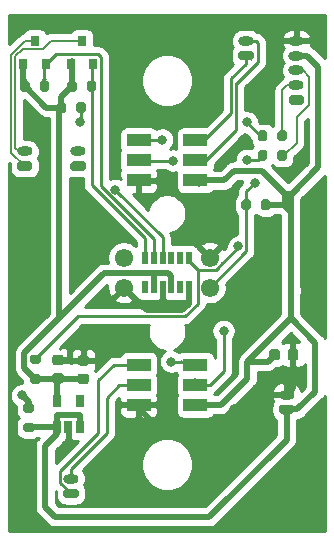
<source format=gbr>
%TF.GenerationSoftware,KiCad,Pcbnew,(5.1.9)-1*%
%TF.CreationDate,2021-05-21T15:12:25+01:00*%
%TF.ProjectId,NosepokeV1.0,4e6f7365-706f-46b6-9556-312e302e6b69,rev?*%
%TF.SameCoordinates,Original*%
%TF.FileFunction,Copper,L1,Top*%
%TF.FilePolarity,Positive*%
%FSLAX46Y46*%
G04 Gerber Fmt 4.6, Leading zero omitted, Abs format (unit mm)*
G04 Created by KiCad (PCBNEW (5.1.9)-1) date 2021-05-21 15:12:25*
%MOMM*%
%LPD*%
G01*
G04 APERTURE LIST*
%TA.AperFunction,SMDPad,CuDef*%
%ADD10R,0.650000X1.060000*%
%TD*%
%TA.AperFunction,SMDPad,CuDef*%
%ADD11R,0.800000X0.900000*%
%TD*%
%TA.AperFunction,SMDPad,CuDef*%
%ADD12R,2.000000X1.100000*%
%TD*%
%TA.AperFunction,ComponentPad*%
%ADD13O,1.300000X0.800000*%
%TD*%
%TA.AperFunction,ComponentPad*%
%ADD14C,1.550000*%
%TD*%
%TA.AperFunction,SMDPad,CuDef*%
%ADD15R,0.508000X1.016000*%
%TD*%
%TA.AperFunction,ViaPad*%
%ADD16C,0.800000*%
%TD*%
%TA.AperFunction,Conductor*%
%ADD17C,0.250000*%
%TD*%
%TA.AperFunction,Conductor*%
%ADD18C,0.125000*%
%TD*%
%TA.AperFunction,Conductor*%
%ADD19C,0.500000*%
%TD*%
%TA.AperFunction,Conductor*%
%ADD20C,0.200000*%
%TD*%
%TA.AperFunction,Conductor*%
%ADD21C,0.254000*%
%TD*%
%TA.AperFunction,Conductor*%
%ADD22C,0.100000*%
%TD*%
G04 APERTURE END LIST*
%TO.P,R6,2*%
%TO.N,Sig_A*%
%TA.AperFunction,SMDPad,CuDef*%
G36*
G01*
X21101500Y-16489000D02*
X21101500Y-17039000D01*
G75*
G02*
X20901500Y-17239000I-200000J0D01*
G01*
X20501500Y-17239000D01*
G75*
G02*
X20301500Y-17039000I0J200000D01*
G01*
X20301500Y-16489000D01*
G75*
G02*
X20501500Y-16289000I200000J0D01*
G01*
X20901500Y-16289000D01*
G75*
G02*
X21101500Y-16489000I0J-200000D01*
G01*
G37*
%TD.AperFunction*%
%TO.P,R6,1*%
%TO.N,+5V*%
%TA.AperFunction,SMDPad,CuDef*%
G36*
G01*
X22751500Y-16489000D02*
X22751500Y-17039000D01*
G75*
G02*
X22551500Y-17239000I-200000J0D01*
G01*
X22151500Y-17239000D01*
G75*
G02*
X21951500Y-17039000I0J200000D01*
G01*
X21951500Y-16489000D01*
G75*
G02*
X22151500Y-16289000I200000J0D01*
G01*
X22551500Y-16289000D01*
G75*
G02*
X22751500Y-16489000I0J-200000D01*
G01*
G37*
%TD.AperFunction*%
%TD*%
D10*
%TO.P,U2,5*%
%TO.N,+2V8*%
X4701500Y-33380500D03*
%TO.P,U2,4*%
%TO.N,Net-(U2-Pad4)*%
X6601500Y-33380500D03*
%TO.P,U2,3*%
%TO.N,+5V*%
X6601500Y-35580500D03*
%TO.P,U2,2*%
%TO.N,GND*%
X5651500Y-35580500D03*
%TO.P,U2,1*%
%TO.N,+5V*%
X4701500Y-35580500D03*
%TD*%
D11*
%TO.P,Q1,1*%
%TO.N,+2V8*%
X1844000Y-4878580D03*
%TO.P,Q1,2*%
%TO.N,SCL_LV*%
X3744000Y-4878580D03*
%TO.P,Q1,3*%
%TO.N,SCL*%
X2794000Y-2878580D03*
%TD*%
%TO.P,Q2,1*%
%TO.N,+2V8*%
X5831800Y-4878580D03*
%TO.P,Q2,2*%
%TO.N,SDA_LV*%
X7731800Y-4878580D03*
%TO.P,Q2,3*%
%TO.N,SDA*%
X6781800Y-2878580D03*
%TD*%
D12*
%TO.P,D2,6*%
%TO.N,DO*%
X16400000Y-11300000D03*
%TO.P,D2,5*%
%TO.N,CO*%
X16400000Y-13000000D03*
%TO.P,D2,4*%
%TO.N,+5V*%
X16400000Y-14700000D03*
%TO.P,D2,3*%
%TO.N,GND*%
X11600000Y-14700000D03*
%TO.P,D2,2*%
%TO.N,Net-(D1-Pad5)*%
X11600000Y-13000000D03*
%TO.P,D2,1*%
%TO.N,Net-(D1-Pad6)*%
X11600000Y-11300000D03*
%TD*%
%TO.P,D1,6*%
%TO.N,Net-(D1-Pad6)*%
X16400000Y-30300000D03*
%TO.P,D1,5*%
%TO.N,Net-(D1-Pad5)*%
X16400000Y-32000000D03*
%TO.P,D1,4*%
%TO.N,+5V*%
X16400000Y-33700000D03*
%TO.P,D1,3*%
%TO.N,GND*%
X11600000Y-33700000D03*
%TO.P,D1,2*%
%TO.N,CI*%
X11600000Y-32000000D03*
%TO.P,D1,1*%
%TO.N,DI*%
X11600000Y-30300000D03*
%TD*%
D13*
%TO.P,J8,5*%
%TO.N,GND*%
X24955500Y-2874000D03*
%TO.P,J8,4*%
%TO.N,+5V*%
X24955500Y-4124000D03*
%TO.P,J8,3*%
%TO.N,GPIO1*%
X24955500Y-5374000D03*
%TO.P,J8,2*%
%TO.N,GPIO0*%
X24955500Y-6624000D03*
%TO.P,J8,1*%
%TO.N,Sig_A*%
%TA.AperFunction,ComponentPad*%
G36*
G01*
X25405500Y-8274000D02*
X24505500Y-8274000D01*
G75*
G02*
X24305500Y-8074000I0J200000D01*
G01*
X24305500Y-7674000D01*
G75*
G02*
X24505500Y-7474000I200000J0D01*
G01*
X25405500Y-7474000D01*
G75*
G02*
X25605500Y-7674000I0J-200000D01*
G01*
X25605500Y-8074000D01*
G75*
G02*
X25405500Y-8274000I-200000J0D01*
G01*
G37*
%TD.AperFunction*%
%TD*%
%TO.P,R5,2*%
%TO.N,Net-(R5-Pad2)*%
%TA.AperFunction,SMDPad,CuDef*%
G36*
G01*
X22498500Y-12298000D02*
X22498500Y-12848000D01*
G75*
G02*
X22298500Y-13048000I-200000J0D01*
G01*
X21898500Y-13048000D01*
G75*
G02*
X21698500Y-12848000I0J200000D01*
G01*
X21698500Y-12298000D01*
G75*
G02*
X21898500Y-12098000I200000J0D01*
G01*
X22298500Y-12098000D01*
G75*
G02*
X22498500Y-12298000I0J-200000D01*
G01*
G37*
%TD.AperFunction*%
%TO.P,R5,1*%
%TO.N,GPIO1*%
%TA.AperFunction,SMDPad,CuDef*%
G36*
G01*
X24148500Y-12298000D02*
X24148500Y-12848000D01*
G75*
G02*
X23948500Y-13048000I-200000J0D01*
G01*
X23548500Y-13048000D01*
G75*
G02*
X23348500Y-12848000I0J200000D01*
G01*
X23348500Y-12298000D01*
G75*
G02*
X23548500Y-12098000I200000J0D01*
G01*
X23948500Y-12098000D01*
G75*
G02*
X24148500Y-12298000I0J-200000D01*
G01*
G37*
%TD.AperFunction*%
%TD*%
%TO.P,R4,2*%
%TO.N,Net-(R4-Pad2)*%
%TA.AperFunction,SMDPad,CuDef*%
G36*
G01*
X22498500Y-10647000D02*
X22498500Y-11197000D01*
G75*
G02*
X22298500Y-11397000I-200000J0D01*
G01*
X21898500Y-11397000D01*
G75*
G02*
X21698500Y-11197000I0J200000D01*
G01*
X21698500Y-10647000D01*
G75*
G02*
X21898500Y-10447000I200000J0D01*
G01*
X22298500Y-10447000D01*
G75*
G02*
X22498500Y-10647000I0J-200000D01*
G01*
G37*
%TD.AperFunction*%
%TO.P,R4,1*%
%TO.N,GPIO0*%
%TA.AperFunction,SMDPad,CuDef*%
G36*
G01*
X24148500Y-10647000D02*
X24148500Y-11197000D01*
G75*
G02*
X23948500Y-11397000I-200000J0D01*
G01*
X23548500Y-11397000D01*
G75*
G02*
X23348500Y-11197000I0J200000D01*
G01*
X23348500Y-10647000D01*
G75*
G02*
X23548500Y-10447000I200000J0D01*
G01*
X23948500Y-10447000D01*
G75*
G02*
X24148500Y-10647000I0J-200000D01*
G01*
G37*
%TD.AperFunction*%
%TD*%
%TO.P,R1,2*%
%TO.N,Net-(J1-Pad1)*%
%TA.AperFunction,SMDPad,CuDef*%
G36*
G01*
X2561000Y-34373500D02*
X2011000Y-34373500D01*
G75*
G02*
X1811000Y-34173500I0J200000D01*
G01*
X1811000Y-33773500D01*
G75*
G02*
X2011000Y-33573500I200000J0D01*
G01*
X2561000Y-33573500D01*
G75*
G02*
X2761000Y-33773500I0J-200000D01*
G01*
X2761000Y-34173500D01*
G75*
G02*
X2561000Y-34373500I-200000J0D01*
G01*
G37*
%TD.AperFunction*%
%TO.P,R1,1*%
%TO.N,+5V*%
%TA.AperFunction,SMDPad,CuDef*%
G36*
G01*
X2561000Y-36023500D02*
X2011000Y-36023500D01*
G75*
G02*
X1811000Y-35823500I0J200000D01*
G01*
X1811000Y-35423500D01*
G75*
G02*
X2011000Y-35223500I200000J0D01*
G01*
X2561000Y-35223500D01*
G75*
G02*
X2761000Y-35423500I0J-200000D01*
G01*
X2761000Y-35823500D01*
G75*
G02*
X2561000Y-36023500I-200000J0D01*
G01*
G37*
%TD.AperFunction*%
%TD*%
%TO.P,R3,1*%
%TO.N,+2V8*%
%TA.AperFunction,SMDPad,CuDef*%
G36*
G01*
X1569000Y-6998380D02*
X1569000Y-6448380D01*
G75*
G02*
X1769000Y-6248380I200000J0D01*
G01*
X2169000Y-6248380D01*
G75*
G02*
X2369000Y-6448380I0J-200000D01*
G01*
X2369000Y-6998380D01*
G75*
G02*
X2169000Y-7198380I-200000J0D01*
G01*
X1769000Y-7198380D01*
G75*
G02*
X1569000Y-6998380I0J200000D01*
G01*
G37*
%TD.AperFunction*%
%TO.P,R3,2*%
%TO.N,SCL_LV*%
%TA.AperFunction,SMDPad,CuDef*%
G36*
G01*
X3219000Y-6998380D02*
X3219000Y-6448380D01*
G75*
G02*
X3419000Y-6248380I200000J0D01*
G01*
X3819000Y-6248380D01*
G75*
G02*
X4019000Y-6448380I0J-200000D01*
G01*
X4019000Y-6998380D01*
G75*
G02*
X3819000Y-7198380I-200000J0D01*
G01*
X3419000Y-7198380D01*
G75*
G02*
X3219000Y-6998380I0J200000D01*
G01*
G37*
%TD.AperFunction*%
%TD*%
%TO.P,R2,1*%
%TO.N,+2V8*%
%TA.AperFunction,SMDPad,CuDef*%
G36*
G01*
X5556800Y-6998380D02*
X5556800Y-6448380D01*
G75*
G02*
X5756800Y-6248380I200000J0D01*
G01*
X6156800Y-6248380D01*
G75*
G02*
X6356800Y-6448380I0J-200000D01*
G01*
X6356800Y-6998380D01*
G75*
G02*
X6156800Y-7198380I-200000J0D01*
G01*
X5756800Y-7198380D01*
G75*
G02*
X5556800Y-6998380I0J200000D01*
G01*
G37*
%TD.AperFunction*%
%TO.P,R2,2*%
%TO.N,SDA_LV*%
%TA.AperFunction,SMDPad,CuDef*%
G36*
G01*
X7206800Y-6998380D02*
X7206800Y-6448380D01*
G75*
G02*
X7406800Y-6248380I200000J0D01*
G01*
X7806800Y-6248380D01*
G75*
G02*
X8006800Y-6448380I0J-200000D01*
G01*
X8006800Y-6998380D01*
G75*
G02*
X7806800Y-7198380I-200000J0D01*
G01*
X7406800Y-7198380D01*
G75*
G02*
X7206800Y-6998380I0J200000D01*
G01*
G37*
%TD.AperFunction*%
%TD*%
%TO.P,R7,1*%
%TO.N,+2V8*%
%TA.AperFunction,SMDPad,CuDef*%
G36*
G01*
X4650020Y-8819560D02*
X4650020Y-8269560D01*
G75*
G02*
X4850020Y-8069560I200000J0D01*
G01*
X5250020Y-8069560D01*
G75*
G02*
X5450020Y-8269560I0J-200000D01*
G01*
X5450020Y-8819560D01*
G75*
G02*
X5250020Y-9019560I-200000J0D01*
G01*
X4850020Y-9019560D01*
G75*
G02*
X4650020Y-8819560I0J200000D01*
G01*
G37*
%TD.AperFunction*%
%TO.P,R7,2*%
%TO.N,Net-(R4-Pad2)*%
%TA.AperFunction,SMDPad,CuDef*%
G36*
G01*
X6300020Y-8819560D02*
X6300020Y-8269560D01*
G75*
G02*
X6500020Y-8069560I200000J0D01*
G01*
X6900020Y-8069560D01*
G75*
G02*
X7100020Y-8269560I0J-200000D01*
G01*
X7100020Y-8819560D01*
G75*
G02*
X6900020Y-9019560I-200000J0D01*
G01*
X6500020Y-9019560D01*
G75*
G02*
X6300020Y-8819560I0J200000D01*
G01*
G37*
%TD.AperFunction*%
%TD*%
%TO.P,R8,2*%
%TO.N,Net-(R5-Pad2)*%
%TA.AperFunction,SMDPad,CuDef*%
G36*
G01*
X3132500Y-30245500D02*
X2582500Y-30245500D01*
G75*
G02*
X2382500Y-30045500I0J200000D01*
G01*
X2382500Y-29645500D01*
G75*
G02*
X2582500Y-29445500I200000J0D01*
G01*
X3132500Y-29445500D01*
G75*
G02*
X3332500Y-29645500I0J-200000D01*
G01*
X3332500Y-30045500D01*
G75*
G02*
X3132500Y-30245500I-200000J0D01*
G01*
G37*
%TD.AperFunction*%
%TO.P,R8,1*%
%TO.N,+2V8*%
%TA.AperFunction,SMDPad,CuDef*%
G36*
G01*
X3132500Y-31895500D02*
X2582500Y-31895500D01*
G75*
G02*
X2382500Y-31695500I0J200000D01*
G01*
X2382500Y-31295500D01*
G75*
G02*
X2582500Y-31095500I200000J0D01*
G01*
X3132500Y-31095500D01*
G75*
G02*
X3332500Y-31295500I0J-200000D01*
G01*
X3332500Y-31695500D01*
G75*
G02*
X3132500Y-31895500I-200000J0D01*
G01*
G37*
%TD.AperFunction*%
%TD*%
D14*
%TO.P,J2,2*%
%TO.N,GND*%
X17627600Y-21234400D03*
%TO.P,J2,1*%
%TO.N,Sig_A*%
X17627600Y-23774400D03*
%TD*%
%TO.P,C2,2*%
%TO.N,GND*%
%TA.AperFunction,SMDPad,CuDef*%
G36*
G01*
X5025200Y-30345500D02*
X4525200Y-30345500D01*
G75*
G02*
X4300200Y-30120500I0J225000D01*
G01*
X4300200Y-29670500D01*
G75*
G02*
X4525200Y-29445500I225000J0D01*
G01*
X5025200Y-29445500D01*
G75*
G02*
X5250200Y-29670500I0J-225000D01*
G01*
X5250200Y-30120500D01*
G75*
G02*
X5025200Y-30345500I-225000J0D01*
G01*
G37*
%TD.AperFunction*%
%TO.P,C2,1*%
%TO.N,+2V8*%
%TA.AperFunction,SMDPad,CuDef*%
G36*
G01*
X5025200Y-31895500D02*
X4525200Y-31895500D01*
G75*
G02*
X4300200Y-31670500I0J225000D01*
G01*
X4300200Y-31220500D01*
G75*
G02*
X4525200Y-30995500I225000J0D01*
G01*
X5025200Y-30995500D01*
G75*
G02*
X5250200Y-31220500I0J-225000D01*
G01*
X5250200Y-31670500D01*
G75*
G02*
X5025200Y-31895500I-225000J0D01*
G01*
G37*
%TD.AperFunction*%
%TD*%
%TO.P,J7,1*%
%TO.N,SCL*%
%TA.AperFunction,ComponentPad*%
G36*
G01*
X6927000Y-13887720D02*
X6027000Y-13887720D01*
G75*
G02*
X5827000Y-13687720I0J200000D01*
G01*
X5827000Y-13287720D01*
G75*
G02*
X6027000Y-13087720I200000J0D01*
G01*
X6927000Y-13087720D01*
G75*
G02*
X7127000Y-13287720I0J-200000D01*
G01*
X7127000Y-13687720D01*
G75*
G02*
X6927000Y-13887720I-200000J0D01*
G01*
G37*
%TD.AperFunction*%
D13*
%TO.P,J7,2*%
%TO.N,SDA*%
X6477000Y-12237720D03*
%TD*%
%TO.P,J6,2*%
%TO.N,CO*%
X20675600Y-2877500D03*
%TO.P,J6,1*%
%TO.N,DO*%
%TA.AperFunction,ComponentPad*%
G36*
G01*
X21125600Y-4527500D02*
X20225600Y-4527500D01*
G75*
G02*
X20025600Y-4327500I0J200000D01*
G01*
X20025600Y-3927500D01*
G75*
G02*
X20225600Y-3727500I200000J0D01*
G01*
X21125600Y-3727500D01*
G75*
G02*
X21325600Y-3927500I0J-200000D01*
G01*
X21325600Y-4327500D01*
G75*
G02*
X21125600Y-4527500I-200000J0D01*
G01*
G37*
%TD.AperFunction*%
%TD*%
%TO.P,J5,1*%
%TO.N,SCL*%
%TA.AperFunction,ComponentPad*%
G36*
G01*
X2405800Y-13887720D02*
X1505800Y-13887720D01*
G75*
G02*
X1305800Y-13687720I0J200000D01*
G01*
X1305800Y-13287720D01*
G75*
G02*
X1505800Y-13087720I200000J0D01*
G01*
X2405800Y-13087720D01*
G75*
G02*
X2605800Y-13287720I0J-200000D01*
G01*
X2605800Y-13687720D01*
G75*
G02*
X2405800Y-13887720I-200000J0D01*
G01*
G37*
%TD.AperFunction*%
%TO.P,J5,2*%
%TO.N,SDA*%
X1955800Y-12237720D03*
%TD*%
%TO.P,J4,2*%
%TO.N,CI*%
X5869940Y-39941500D03*
%TO.P,J4,1*%
%TO.N,DI*%
%TA.AperFunction,ComponentPad*%
G36*
G01*
X6319940Y-41591500D02*
X5419940Y-41591500D01*
G75*
G02*
X5219940Y-41391500I0J200000D01*
G01*
X5219940Y-40991500D01*
G75*
G02*
X5419940Y-40791500I200000J0D01*
G01*
X6319940Y-40791500D01*
G75*
G02*
X6519940Y-40991500I0J-200000D01*
G01*
X6519940Y-41391500D01*
G75*
G02*
X6319940Y-41591500I-200000J0D01*
G01*
G37*
%TD.AperFunction*%
%TD*%
%TO.P,J3,2*%
%TO.N,GND*%
X24119840Y-32824100D03*
%TO.P,J3,1*%
%TO.N,+5V*%
%TA.AperFunction,ComponentPad*%
G36*
G01*
X24569840Y-34474100D02*
X23669840Y-34474100D01*
G75*
G02*
X23469840Y-34274100I0J200000D01*
G01*
X23469840Y-33874100D01*
G75*
G02*
X23669840Y-33674100I200000J0D01*
G01*
X24569840Y-33674100D01*
G75*
G02*
X24769840Y-33874100I0J-200000D01*
G01*
X24769840Y-34274100D01*
G75*
G02*
X24569840Y-34474100I-200000J0D01*
G01*
G37*
%TD.AperFunction*%
%TD*%
D15*
%TO.P,U1,1*%
%TO.N,Net-(R5-Pad2)*%
X15875000Y-21255400D03*
%TO.P,U1,2*%
%TO.N,Net-(U1-Pad2)*%
X15124999Y-21255400D03*
%TO.P,U1,3*%
%TO.N,Net-(U1-Pad3)*%
X14375001Y-21255400D03*
%TO.P,U1,4*%
%TO.N,Net-(R4-Pad2)*%
X13624999Y-21255400D03*
%TO.P,U1,5*%
%TO.N,SCL_LV*%
X12875001Y-21255400D03*
%TO.P,U1,6*%
%TO.N,SDA_LV*%
X12125000Y-21255400D03*
%TO.P,U1,7*%
%TO.N,Net-(U1-Pad7)*%
X12125000Y-23744600D03*
%TO.P,U1,8*%
%TO.N,+2V8*%
X12875001Y-23744600D03*
%TO.P,U1,9*%
%TO.N,GND*%
X13624999Y-23744600D03*
%TO.P,U1,10*%
%TO.N,+2V8*%
X14375001Y-23744600D03*
%TO.P,U1,11*%
%TO.N,Net-(U1-Pad11)*%
X15124999Y-23744600D03*
%TO.P,U1,12*%
%TO.N,GND*%
X15875000Y-23744600D03*
%TD*%
D14*
%TO.P,J1,1*%
%TO.N,Net-(J1-Pad1)*%
X10337800Y-21234400D03*
%TO.P,J1,2*%
%TO.N,GND*%
X10337800Y-23774400D03*
%TD*%
%TO.P,C1,2*%
%TO.N,GND*%
%TA.AperFunction,SMDPad,CuDef*%
G36*
G01*
X24216240Y-29701300D02*
X24216240Y-29201300D01*
G75*
G02*
X24441240Y-28976300I225000J0D01*
G01*
X24891240Y-28976300D01*
G75*
G02*
X25116240Y-29201300I0J-225000D01*
G01*
X25116240Y-29701300D01*
G75*
G02*
X24891240Y-29926300I-225000J0D01*
G01*
X24441240Y-29926300D01*
G75*
G02*
X24216240Y-29701300I0J225000D01*
G01*
G37*
%TD.AperFunction*%
%TO.P,C1,1*%
%TO.N,+5V*%
%TA.AperFunction,SMDPad,CuDef*%
G36*
G01*
X22666240Y-29701300D02*
X22666240Y-29201300D01*
G75*
G02*
X22891240Y-28976300I225000J0D01*
G01*
X23341240Y-28976300D01*
G75*
G02*
X23566240Y-29201300I0J-225000D01*
G01*
X23566240Y-29701300D01*
G75*
G02*
X23341240Y-29926300I-225000J0D01*
G01*
X22891240Y-29926300D01*
G75*
G02*
X22666240Y-29701300I0J225000D01*
G01*
G37*
%TD.AperFunction*%
%TD*%
%TO.P,C3,2*%
%TO.N,GND*%
%TA.AperFunction,SMDPad,CuDef*%
G36*
G01*
X7158800Y-30396300D02*
X6658800Y-30396300D01*
G75*
G02*
X6433800Y-30171300I0J225000D01*
G01*
X6433800Y-29721300D01*
G75*
G02*
X6658800Y-29496300I225000J0D01*
G01*
X7158800Y-29496300D01*
G75*
G02*
X7383800Y-29721300I0J-225000D01*
G01*
X7383800Y-30171300D01*
G75*
G02*
X7158800Y-30396300I-225000J0D01*
G01*
G37*
%TD.AperFunction*%
%TO.P,C3,1*%
%TO.N,+2V8*%
%TA.AperFunction,SMDPad,CuDef*%
G36*
G01*
X7158800Y-31946300D02*
X6658800Y-31946300D01*
G75*
G02*
X6433800Y-31721300I0J225000D01*
G01*
X6433800Y-31271300D01*
G75*
G02*
X6658800Y-31046300I225000J0D01*
G01*
X7158800Y-31046300D01*
G75*
G02*
X7383800Y-31271300I0J-225000D01*
G01*
X7383800Y-31721300D01*
G75*
G02*
X7158800Y-31946300I-225000J0D01*
G01*
G37*
%TD.AperFunction*%
%TD*%
D16*
%TO.N,GND*%
X19685000Y-34036000D03*
X4953000Y-37592000D03*
X6985000Y-27876500D03*
X26860500Y-1905000D03*
X26733500Y-17335500D03*
X13589000Y-14605000D03*
X1968500Y-21336000D03*
X7175500Y-20447000D03*
X2349500Y-41592500D03*
X25082500Y-40830500D03*
X22415500Y-24320500D03*
X25336500Y-12954000D03*
X18732500Y-13017500D03*
%TO.N,Net-(D1-Pad6)*%
X14351000Y-30035500D03*
X13589000Y-11239500D03*
%TO.N,Net-(D1-Pad5)*%
X18796000Y-27432000D03*
X14478000Y-13017500D03*
%TO.N,Sig_A*%
X21414510Y-14922500D03*
%TO.N,Net-(J1-Pad1)*%
X1714500Y-32893000D03*
%TO.N,Net-(R4-Pad2)*%
X20764500Y-9779000D03*
X6667500Y-9779000D03*
X9617967Y-15493213D03*
%TO.N,Net-(R5-Pad2)*%
X20764500Y-12954000D03*
X20051490Y-20280977D03*
%TD*%
D17*
%TO.N,GND*%
X24203640Y-32740300D02*
X24119840Y-32824100D01*
X17627600Y-21444399D02*
X17627600Y-21234400D01*
X13576998Y-24003000D02*
X13651999Y-23927999D01*
D18*
X10071100Y-23507700D02*
X10337800Y-23774400D01*
X17591422Y-21234400D02*
X17627600Y-21234400D01*
X11261901Y-24698501D02*
X10337800Y-23774400D01*
X24140160Y-32803780D02*
X24119840Y-32824100D01*
X5666700Y-35603540D02*
X5666700Y-36258540D01*
D19*
X24119840Y-32824100D02*
X23680100Y-32824100D01*
D17*
X10337800Y-23774400D02*
X11499401Y-24936001D01*
D18*
X13576998Y-24904500D02*
X13608499Y-24936001D01*
D19*
X11524401Y-24961001D02*
X11499401Y-24936001D01*
D17*
X24450040Y-29667500D02*
X24666240Y-29451300D01*
D18*
X24963120Y-29154420D02*
X24666240Y-29451300D01*
X24666240Y-29451300D02*
X24666240Y-29248400D01*
D19*
X24666240Y-32277700D02*
X24119840Y-32824100D01*
X24666240Y-29451300D02*
X24666240Y-32277700D01*
D17*
X5674360Y-29187140D02*
X6985000Y-27876500D01*
X5674360Y-29949140D02*
X5674360Y-29187140D01*
X6896100Y-29949140D02*
X5674360Y-29949140D01*
X5674360Y-29949140D02*
X4775500Y-29949140D01*
X25891500Y-2874000D02*
X26860500Y-1905000D01*
X24955500Y-2874000D02*
X25891500Y-2874000D01*
D19*
X11524401Y-24961001D02*
X10337800Y-23774400D01*
X4775500Y-29949140D02*
X4711700Y-29885340D01*
X5801360Y-29060140D02*
X6985000Y-27876500D01*
X5801360Y-29949140D02*
X5801360Y-29060140D01*
X6896100Y-29949140D02*
X5801360Y-29949140D01*
X5801360Y-29949140D02*
X4775500Y-29949140D01*
D18*
X11600000Y-15000000D02*
X12050000Y-15000000D01*
D17*
X13494000Y-14700000D02*
X13589000Y-14605000D01*
X11600000Y-14700000D02*
X13494000Y-14700000D01*
D19*
X11600000Y-33700000D02*
X11600000Y-33952000D01*
X11600000Y-33952000D02*
X13017500Y-35369500D01*
X18351500Y-35369500D02*
X19685000Y-34036000D01*
X13017500Y-35369500D02*
X18351500Y-35369500D01*
X12091910Y-25528510D02*
X11524401Y-24961001D01*
D17*
X11499401Y-24936001D02*
X11966910Y-25403510D01*
D19*
X13295954Y-25707510D02*
X15308388Y-25707510D01*
X15308388Y-25707510D02*
X15875000Y-25140898D01*
X15875000Y-25140898D02*
X15875000Y-23744600D01*
X5666700Y-36878300D02*
X4953000Y-37592000D01*
X5666700Y-35603540D02*
X5666700Y-36878300D01*
X12270910Y-25707510D02*
X10337800Y-23774400D01*
X13295954Y-25707510D02*
X12270910Y-25707510D01*
X13116954Y-25528510D02*
X13295954Y-25707510D01*
X13624999Y-25020465D02*
X13116954Y-25528510D01*
X13624999Y-23744600D02*
X13624999Y-25020465D01*
D17*
%TO.N,+2V8*%
X6832300Y-31435340D02*
X6896100Y-31499140D01*
X4711700Y-31435340D02*
X6832300Y-31435340D01*
D18*
X14327000Y-23370000D02*
X14327000Y-24003000D01*
X14211700Y-23254700D02*
X14327000Y-23370000D01*
X5831800Y-6030879D02*
X5956800Y-6155879D01*
X5831800Y-4878580D02*
X5831800Y-6598380D01*
X6896100Y-31499140D02*
X5267122Y-31499140D01*
X8450592Y-22806390D02*
X8456101Y-22811899D01*
X4771640Y-8266180D02*
X5050020Y-8544560D01*
X8456101Y-22811899D02*
X8407241Y-22811899D01*
D19*
X5956800Y-6723380D02*
X5956800Y-4559800D01*
X1844000Y-6218379D02*
X1969000Y-6343379D01*
X1844000Y-4853180D02*
X1844000Y-6572980D01*
D17*
X4711700Y-31435340D02*
X4284680Y-31435340D01*
D18*
X8407241Y-22811899D02*
X8307070Y-22912070D01*
D17*
X8407241Y-22811899D02*
X8407241Y-22834759D01*
D20*
X2906260Y-31544260D02*
X2857500Y-31495500D01*
X4175760Y-31544260D02*
X2906260Y-31544260D01*
D17*
X4284680Y-31435340D02*
X4175760Y-31544260D01*
D19*
X1932490Y-30570490D02*
X1932490Y-29300990D01*
X2857500Y-31495500D02*
X1932490Y-30570490D01*
X1932490Y-29300990D02*
X4889500Y-26343980D01*
X4889500Y-8705080D02*
X5050020Y-8544560D01*
X4889500Y-26343980D02*
X4889500Y-8705080D01*
X5050020Y-7630160D02*
X5956800Y-6723380D01*
X5050020Y-8544560D02*
X5050020Y-7630160D01*
X3790180Y-8544560D02*
X1969000Y-6723380D01*
X5050020Y-8544560D02*
X3790180Y-8544560D01*
X4889500Y-26329640D02*
X8592820Y-22626320D01*
X4889500Y-26343980D02*
X4889500Y-26329640D01*
D17*
X8592820Y-22626320D02*
X8307070Y-22912070D01*
X8676640Y-22542500D02*
X8592820Y-22626320D01*
D19*
X8676640Y-22542500D02*
X10881902Y-22542500D01*
X6892460Y-31495500D02*
X6896100Y-31499140D01*
X2857500Y-31495500D02*
X6892460Y-31495500D01*
X4716700Y-31440340D02*
X4711700Y-31435340D01*
X4716700Y-33403540D02*
X4716700Y-31440340D01*
X10881902Y-22542500D02*
X12509500Y-22542500D01*
X12509500Y-22542500D02*
X14097000Y-22542500D01*
X14375001Y-22820501D02*
X14375001Y-23744600D01*
X14097000Y-22542500D02*
X14375001Y-22820501D01*
X12680901Y-22542500D02*
X12509500Y-22542500D01*
X12875001Y-22736600D02*
X12680901Y-22542500D01*
X12875001Y-23744600D02*
X12875001Y-22736600D01*
D18*
%TO.N,+5V*%
X23116240Y-29451300D02*
X23116240Y-28981380D01*
X23116240Y-29078220D02*
X23116240Y-29451300D01*
X23116240Y-29451300D02*
X22788880Y-29451300D01*
D17*
X23794640Y-34399300D02*
X24119840Y-34074100D01*
X4716700Y-35113538D02*
X4716700Y-35603540D01*
X4716700Y-35603540D02*
X4141700Y-35603540D01*
D19*
X24482560Y-24171219D02*
X24507560Y-24146219D01*
X6616700Y-34573540D02*
X6616700Y-35603540D01*
X6566699Y-34523539D02*
X6616700Y-34573540D01*
X4766701Y-34523539D02*
X6566699Y-34523539D01*
X4716700Y-34573540D02*
X4766701Y-34523539D01*
X4716700Y-35603540D02*
X4716700Y-34573540D01*
D17*
X24504120Y-23876000D02*
X24507560Y-23879440D01*
D19*
X24507560Y-24146219D02*
X24507560Y-23879440D01*
D17*
X24454120Y-16764000D02*
X24482560Y-16792440D01*
X24482560Y-16792440D02*
X24482560Y-24094940D01*
D19*
X24955500Y-4124000D02*
X25841000Y-4124000D01*
X25841000Y-4124000D02*
X26797000Y-5080000D01*
X26797000Y-13589000D02*
X24482560Y-15903440D01*
X26797000Y-5080000D02*
X26797000Y-13589000D01*
X24482560Y-26380940D02*
X24482560Y-24094940D01*
X20810860Y-30052640D02*
X24482560Y-26380940D01*
X20810860Y-31469560D02*
X20810860Y-30052640D01*
X22514900Y-30052640D02*
X23116240Y-29451300D01*
X20810860Y-30052640D02*
X22514900Y-30052640D01*
X24119840Y-34074100D02*
X25044400Y-34074100D01*
X25044400Y-34074100D02*
X26543000Y-32575500D01*
X26543000Y-28441380D02*
X24482560Y-26380940D01*
X26543000Y-32575500D02*
X26543000Y-28441380D01*
X4716700Y-35859800D02*
X4699000Y-35877500D01*
X4716700Y-35603540D02*
X4716700Y-35859800D01*
X4716700Y-35603540D02*
X4716700Y-36177300D01*
X4716700Y-36177300D02*
X3683000Y-37211000D01*
X3683000Y-37211000D02*
X3683000Y-42354500D01*
X3683000Y-42354500D02*
X4508500Y-43180000D01*
X4508500Y-43180000D02*
X17589500Y-43180000D01*
X24119840Y-36649660D02*
X24119840Y-34074100D01*
X17589500Y-43180000D02*
X24119840Y-36649660D01*
X2305960Y-35603540D02*
X2286000Y-35623500D01*
X4716700Y-35603540D02*
X2305960Y-35603540D01*
X18580420Y-33700000D02*
X20425210Y-31855210D01*
X16400000Y-33700000D02*
X18580420Y-33700000D01*
X20425210Y-31855210D02*
X20810860Y-31469560D01*
X20260850Y-32019570D02*
X20425210Y-31855210D01*
D17*
X16355800Y-14781000D02*
X16687800Y-15113000D01*
X16835002Y-15000000D02*
X16400000Y-15000000D01*
D19*
X24320500Y-16764000D02*
X24482560Y-16926060D01*
X22026450Y-13885750D02*
X23231340Y-15090640D01*
X19664250Y-13885750D02*
X22026450Y-13885750D01*
X18850000Y-14700000D02*
X19664250Y-13885750D01*
X16400000Y-14700000D02*
X18850000Y-14700000D01*
X24482560Y-16443460D02*
X24482560Y-16341860D01*
X24482560Y-16926060D02*
X24482560Y-16443460D01*
X24482560Y-16443460D02*
X24482560Y-15903440D01*
X24447770Y-15868650D02*
X24482560Y-15903440D01*
X24009350Y-15868650D02*
X24447770Y-15868650D01*
X24009350Y-15868650D02*
X23231340Y-15090640D01*
X24257000Y-16344900D02*
X23837900Y-16764000D01*
X24257000Y-16116300D02*
X24257000Y-16344900D01*
X23837900Y-16764000D02*
X24320500Y-16764000D01*
X22351500Y-16764000D02*
X23837900Y-16764000D01*
X24482560Y-16341860D02*
X24257000Y-16116300D01*
X24257000Y-16116300D02*
X24009350Y-15868650D01*
X23914100Y-16764000D02*
X24482560Y-17332460D01*
X23837900Y-16764000D02*
X23914100Y-16764000D01*
X24482560Y-17332460D02*
X24482560Y-16926060D01*
X24482560Y-24094940D02*
X24482560Y-17332460D01*
X24009350Y-16452850D02*
X24320500Y-16764000D01*
X24009350Y-15868650D02*
X24009350Y-16452850D01*
D18*
%TO.N,Net-(D1-Pad6)*%
X16400000Y-30000000D02*
X15950000Y-30000000D01*
X16400000Y-30000000D02*
X15275000Y-30000000D01*
X15275000Y-30000000D02*
X15212499Y-29937499D01*
D17*
X16364500Y-30035500D02*
X16400000Y-30000000D01*
X14351000Y-30035500D02*
X16364500Y-30035500D01*
X13528500Y-11300000D02*
X13589000Y-11239500D01*
X11600000Y-11300000D02*
X13528500Y-11300000D01*
D19*
%TO.N,Net-(D1-Pad5)*%
X16400000Y-31700000D02*
X16719570Y-32019570D01*
D17*
X18542000Y-27432000D02*
X18796000Y-27432000D01*
X11692000Y-13208000D02*
X11600000Y-13300000D01*
X11617500Y-13017500D02*
X11600000Y-13000000D01*
X14478000Y-13017500D02*
X11617500Y-13017500D01*
X17650000Y-32000000D02*
X16400000Y-32000000D01*
X18796000Y-30854000D02*
X17650000Y-32000000D01*
X18796000Y-27432000D02*
X18796000Y-30854000D01*
%TO.N,CI*%
X5869940Y-39116000D02*
X8890000Y-36095940D01*
X5869940Y-39941500D02*
X5869940Y-39116000D01*
D20*
X11228236Y-32000000D02*
X11414118Y-32185882D01*
X9973500Y-32000000D02*
X11228236Y-32000000D01*
D17*
X11600000Y-32000000D02*
X9973500Y-32000000D01*
X8890000Y-33083500D02*
X9973500Y-32000000D01*
X8890000Y-33083500D02*
X8890000Y-36095940D01*
D18*
%TO.N,DI*%
X5869940Y-41022364D02*
X5869940Y-41191500D01*
D17*
X4969930Y-40291490D02*
X4969930Y-39289570D01*
X5869940Y-41191500D02*
X4969930Y-40291490D01*
X4969930Y-39289570D02*
X8191500Y-36068000D01*
X8191500Y-36068000D02*
X8191500Y-31623000D01*
X9514500Y-30300000D02*
X11600000Y-30300000D01*
X8191500Y-31623000D02*
X9514500Y-30300000D01*
%TO.N,DO*%
X17148000Y-11300000D02*
X19431000Y-9017000D01*
X16400000Y-11300000D02*
X17148000Y-11300000D01*
D18*
X21068180Y-4497540D02*
X20680680Y-4110040D01*
D17*
X20680680Y-4153220D02*
X20680680Y-4211320D01*
X20675600Y-4813300D02*
X19431000Y-6057900D01*
X20675600Y-4127500D02*
X20675600Y-4813300D01*
X19431000Y-9017000D02*
X19431000Y-6057900D01*
%TO.N,CO*%
X16400000Y-13300000D02*
X16608500Y-13300000D01*
X16400000Y-13000000D02*
X16718000Y-13000000D01*
X19875500Y-10414000D02*
X17289500Y-13000000D01*
X19875500Y-6438900D02*
X19875500Y-10414000D01*
X19926300Y-6438900D02*
X19875500Y-6438900D01*
X21685250Y-4679950D02*
X19926300Y-6438900D01*
X17289500Y-13000000D02*
X16400000Y-13000000D01*
X21685250Y-3054350D02*
X21685250Y-4679950D01*
X21508400Y-2877500D02*
X21685250Y-3054350D01*
X21055690Y-2877500D02*
X21508400Y-2877500D01*
D20*
%TO.N,GPIO1*%
X23748500Y-12573000D02*
X23901400Y-12573000D01*
X23901400Y-12573000D02*
X24980900Y-11493500D01*
X24980900Y-11493500D02*
X24980900Y-9359900D01*
X24980900Y-9359900D02*
X26047700Y-8293100D01*
X26047700Y-8293100D02*
X26047700Y-5943600D01*
X25478100Y-5374000D02*
X24955500Y-5374000D01*
X26047700Y-5943600D02*
X25478100Y-5374000D01*
%TO.N,GPIO0*%
X23748500Y-10922000D02*
X23748500Y-7040634D01*
X23748500Y-7040634D02*
X24165134Y-6624000D01*
X24165134Y-6624000D02*
X24955500Y-6624000D01*
D17*
%TO.N,Sig_A*%
X20512400Y-16662400D02*
X20614000Y-16764000D01*
X20779502Y-16929502D02*
X20614000Y-16764000D01*
X20701500Y-15635510D02*
X21414510Y-14922500D01*
X20701500Y-16764000D02*
X20701500Y-15635510D01*
X20701500Y-16764000D02*
X20701500Y-20700500D01*
X20701500Y-20700500D02*
X17627600Y-23774400D01*
%TO.N,SDA*%
X1955800Y-12237720D02*
X1557860Y-12237720D01*
X1955800Y-12237720D02*
X1955800Y-12179300D01*
D20*
X4148580Y-2878580D02*
X6781800Y-2878580D01*
X3473579Y-3553581D02*
X4148580Y-2878580D01*
X1780419Y-3553581D02*
X3473579Y-3553581D01*
X1143999Y-4190001D02*
X1780419Y-3553581D01*
X1143999Y-11938999D02*
X1143999Y-4190001D01*
X1442720Y-12237720D02*
X1143999Y-11938999D01*
X1955800Y-12237720D02*
X1442720Y-12237720D01*
%TO.N,SCL*%
X1955800Y-13487720D02*
X818988Y-12350908D01*
X818988Y-12350908D02*
X818988Y-4055378D01*
X818988Y-4055378D02*
X1995786Y-2878580D01*
X1995786Y-2878580D02*
X2794000Y-2878580D01*
D18*
%TO.N,SDA_LV*%
X7606800Y-5649878D02*
X7606800Y-6723380D01*
D17*
X7606800Y-6723380D02*
X7606800Y-5003580D01*
X12125000Y-19580900D02*
X7606800Y-15062700D01*
X7606800Y-15062700D02*
X7606800Y-6723380D01*
X12125000Y-21255400D02*
X12125000Y-19764700D01*
X12125000Y-19764700D02*
X12125000Y-19580900D01*
X12125000Y-20196500D02*
X12125000Y-19764700D01*
%TO.N,SCL_LV*%
X3642400Y-6093379D02*
X3517400Y-6218379D01*
X3619000Y-6697980D02*
X3619000Y-4978180D01*
D18*
X12827000Y-21164299D02*
X12827000Y-21513800D01*
D17*
X3498188Y-6093379D02*
X3619000Y-6093379D01*
X12827000Y-21513800D02*
X12827000Y-21116952D01*
X12875001Y-21255400D02*
X12875001Y-20232379D01*
X4637790Y-3984790D02*
X3744000Y-4878580D01*
X8381801Y-4228579D02*
X8138012Y-3984790D01*
X8138012Y-3984790D02*
X4637790Y-3984790D01*
X12875001Y-20177501D02*
X12875001Y-19669501D01*
X12875001Y-19669501D02*
X8381801Y-15176301D01*
X8381801Y-14731801D02*
X8381801Y-4228579D01*
X8381801Y-15176301D02*
X8381801Y-14731801D01*
D19*
%TO.N,Net-(J1-Pad1)*%
X2286000Y-33464500D02*
X1714500Y-32893000D01*
X2286000Y-33973500D02*
X2286000Y-33464500D01*
D17*
%TO.N,Net-(R4-Pad2)*%
X6700020Y-9746480D02*
X6667500Y-9779000D01*
X22098500Y-10922000D02*
X21907750Y-10731250D01*
X21907500Y-10922000D02*
X20764500Y-9779000D01*
X22098500Y-10922000D02*
X21907500Y-10922000D01*
X6700020Y-8544560D02*
X6700020Y-9746480D01*
X13624999Y-19500245D02*
X9617967Y-15493213D01*
X13624999Y-21255400D02*
X13624999Y-19500245D01*
D18*
%TO.N,Net-(R5-Pad2)*%
X15826999Y-21164299D02*
X15826999Y-21513800D01*
X15826999Y-21513800D02*
X15826999Y-21013161D01*
D17*
X21717500Y-12954000D02*
X22098500Y-12573000D01*
X20764500Y-12954000D02*
X21717500Y-12954000D01*
X15875000Y-21561801D02*
X16602599Y-22289400D01*
X15875000Y-21255400D02*
X15875000Y-21561801D01*
X16632598Y-22259401D02*
X16602599Y-22289400D01*
X18119601Y-22259401D02*
X16632598Y-22259401D01*
X18652601Y-21726401D02*
X18119601Y-22259401D01*
X2857500Y-29845500D02*
X6495479Y-26207521D01*
X6495479Y-26207521D02*
X15515499Y-26207521D01*
X15515499Y-26207521D02*
X16602599Y-25120421D01*
X16602599Y-25120421D02*
X16602599Y-22289400D01*
X18126599Y-22259401D02*
X20051490Y-20334510D01*
X20051490Y-20334510D02*
X20051490Y-20280977D01*
%TD*%
D21*
%TO.N,GND*%
X3133650Y-9139609D02*
X3161363Y-9173377D01*
X3195131Y-9201090D01*
X3195133Y-9201092D01*
X3212325Y-9215201D01*
X3296121Y-9283971D01*
X3449867Y-9366149D01*
X3616690Y-9416755D01*
X3746703Y-9429560D01*
X3746713Y-9429560D01*
X3790179Y-9433841D01*
X3833645Y-9429560D01*
X4004501Y-9429560D01*
X4004500Y-25977401D01*
X1337441Y-28644461D01*
X1303674Y-28672173D01*
X1275961Y-28705941D01*
X1275958Y-28705944D01*
X1193080Y-28806931D01*
X1110902Y-28960677D01*
X1060295Y-29127500D01*
X1043209Y-29300990D01*
X1047491Y-29344468D01*
X1047490Y-30527020D01*
X1043209Y-30570490D01*
X1047490Y-30613959D01*
X1047490Y-30613966D01*
X1053173Y-30671664D01*
X1060295Y-30743980D01*
X1063969Y-30756090D01*
X1110901Y-30910802D01*
X1193079Y-31064548D01*
X1303673Y-31199307D01*
X1337446Y-31227024D01*
X1744428Y-31634006D01*
X1744428Y-31695500D01*
X1760433Y-31858000D01*
X1612561Y-31858000D01*
X1412602Y-31897774D01*
X1224244Y-31975795D01*
X1054726Y-32089063D01*
X910563Y-32233226D01*
X797295Y-32402744D01*
X719274Y-32591102D01*
X679500Y-32791061D01*
X679500Y-32994939D01*
X719274Y-33194898D01*
X797295Y-33383256D01*
X910563Y-33552774D01*
X1054726Y-33696937D01*
X1172928Y-33775917D01*
X1172928Y-34173500D01*
X1189031Y-34337000D01*
X1236722Y-34494216D01*
X1314169Y-34639108D01*
X1418394Y-34766106D01*
X1457866Y-34798500D01*
X1418394Y-34830894D01*
X1314169Y-34957892D01*
X1236722Y-35102784D01*
X1189031Y-35260000D01*
X1172928Y-35423500D01*
X1172928Y-35823500D01*
X1189031Y-35987000D01*
X1236722Y-36144216D01*
X1314169Y-36289108D01*
X1418394Y-36416106D01*
X1545392Y-36520331D01*
X1690284Y-36597778D01*
X1847500Y-36645469D01*
X2011000Y-36661572D01*
X2561000Y-36661572D01*
X2724500Y-36645469D01*
X2881716Y-36597778D01*
X3026608Y-36520331D01*
X3065345Y-36488540D01*
X3153882Y-36488540D01*
X3087956Y-36554466D01*
X3054183Y-36582183D01*
X2943589Y-36716942D01*
X2861411Y-36870688D01*
X2847450Y-36916711D01*
X2817949Y-37013962D01*
X2810805Y-37037511D01*
X2798000Y-37167524D01*
X2798000Y-37167531D01*
X2793719Y-37211000D01*
X2798000Y-37254469D01*
X2798001Y-42311021D01*
X2793719Y-42354500D01*
X2810805Y-42527990D01*
X2861412Y-42694813D01*
X2943590Y-42848559D01*
X3026468Y-42949546D01*
X3026471Y-42949549D01*
X3054184Y-42983317D01*
X3087951Y-43011029D01*
X3851970Y-43775049D01*
X3879683Y-43808817D01*
X3913451Y-43836530D01*
X3913453Y-43836532D01*
X3984952Y-43895210D01*
X4014441Y-43919411D01*
X4168187Y-44001589D01*
X4335010Y-44052195D01*
X4465023Y-44065000D01*
X4465033Y-44065000D01*
X4508499Y-44069281D01*
X4551965Y-44065000D01*
X17546031Y-44065000D01*
X17589500Y-44069281D01*
X17632969Y-44065000D01*
X17632977Y-44065000D01*
X17762990Y-44052195D01*
X17929813Y-44001589D01*
X18083559Y-43919411D01*
X18218317Y-43808817D01*
X18246034Y-43775044D01*
X24714891Y-37306188D01*
X24748657Y-37278477D01*
X24804035Y-37211000D01*
X24859250Y-37143720D01*
X24859251Y-37143719D01*
X24941429Y-36989973D01*
X24992035Y-36823150D01*
X25004840Y-36693137D01*
X25004840Y-36693127D01*
X25009121Y-36649661D01*
X25004840Y-36606195D01*
X25004840Y-34987291D01*
X25035448Y-34970931D01*
X25044681Y-34963353D01*
X25087869Y-34959100D01*
X25087877Y-34959100D01*
X25217890Y-34946295D01*
X25384713Y-34895689D01*
X25538459Y-34813511D01*
X25673217Y-34702917D01*
X25700934Y-34669144D01*
X27138050Y-33232029D01*
X27171817Y-33204317D01*
X27216395Y-33150000D01*
X27270970Y-33083500D01*
X27282411Y-33069559D01*
X27340001Y-32961815D01*
X27340001Y-44340000D01*
X660000Y-44340000D01*
X660000Y-13231366D01*
X672088Y-13243454D01*
X667728Y-13287720D01*
X667728Y-13687720D01*
X683831Y-13851220D01*
X731522Y-14008436D01*
X808969Y-14153328D01*
X913194Y-14280326D01*
X1040192Y-14384551D01*
X1185084Y-14461998D01*
X1342300Y-14509689D01*
X1505800Y-14525792D01*
X2405800Y-14525792D01*
X2569300Y-14509689D01*
X2726516Y-14461998D01*
X2871408Y-14384551D01*
X2998406Y-14280326D01*
X3102631Y-14153328D01*
X3180078Y-14008436D01*
X3227769Y-13851220D01*
X3243872Y-13687720D01*
X3243872Y-13287720D01*
X3227769Y-13124220D01*
X3180078Y-12967004D01*
X3102631Y-12822112D01*
X3081059Y-12795826D01*
X3166641Y-12635713D01*
X3225824Y-12440615D01*
X3245807Y-12237720D01*
X3225824Y-12034825D01*
X3166641Y-11839727D01*
X3070534Y-11659923D01*
X2941196Y-11502324D01*
X2783597Y-11372986D01*
X2603793Y-11276879D01*
X2408695Y-11217696D01*
X2256638Y-11202720D01*
X1878999Y-11202720D01*
X1878999Y-7884957D01*
X3133650Y-9139609D01*
%TA.AperFunction,Conductor*%
D22*
G36*
X3133650Y-9139609D02*
G01*
X3161363Y-9173377D01*
X3195131Y-9201090D01*
X3195133Y-9201092D01*
X3212325Y-9215201D01*
X3296121Y-9283971D01*
X3449867Y-9366149D01*
X3616690Y-9416755D01*
X3746703Y-9429560D01*
X3746713Y-9429560D01*
X3790179Y-9433841D01*
X3833645Y-9429560D01*
X4004501Y-9429560D01*
X4004500Y-25977401D01*
X1337441Y-28644461D01*
X1303674Y-28672173D01*
X1275961Y-28705941D01*
X1275958Y-28705944D01*
X1193080Y-28806931D01*
X1110902Y-28960677D01*
X1060295Y-29127500D01*
X1043209Y-29300990D01*
X1047491Y-29344468D01*
X1047490Y-30527020D01*
X1043209Y-30570490D01*
X1047490Y-30613959D01*
X1047490Y-30613966D01*
X1053173Y-30671664D01*
X1060295Y-30743980D01*
X1063969Y-30756090D01*
X1110901Y-30910802D01*
X1193079Y-31064548D01*
X1303673Y-31199307D01*
X1337446Y-31227024D01*
X1744428Y-31634006D01*
X1744428Y-31695500D01*
X1760433Y-31858000D01*
X1612561Y-31858000D01*
X1412602Y-31897774D01*
X1224244Y-31975795D01*
X1054726Y-32089063D01*
X910563Y-32233226D01*
X797295Y-32402744D01*
X719274Y-32591102D01*
X679500Y-32791061D01*
X679500Y-32994939D01*
X719274Y-33194898D01*
X797295Y-33383256D01*
X910563Y-33552774D01*
X1054726Y-33696937D01*
X1172928Y-33775917D01*
X1172928Y-34173500D01*
X1189031Y-34337000D01*
X1236722Y-34494216D01*
X1314169Y-34639108D01*
X1418394Y-34766106D01*
X1457866Y-34798500D01*
X1418394Y-34830894D01*
X1314169Y-34957892D01*
X1236722Y-35102784D01*
X1189031Y-35260000D01*
X1172928Y-35423500D01*
X1172928Y-35823500D01*
X1189031Y-35987000D01*
X1236722Y-36144216D01*
X1314169Y-36289108D01*
X1418394Y-36416106D01*
X1545392Y-36520331D01*
X1690284Y-36597778D01*
X1847500Y-36645469D01*
X2011000Y-36661572D01*
X2561000Y-36661572D01*
X2724500Y-36645469D01*
X2881716Y-36597778D01*
X3026608Y-36520331D01*
X3065345Y-36488540D01*
X3153882Y-36488540D01*
X3087956Y-36554466D01*
X3054183Y-36582183D01*
X2943589Y-36716942D01*
X2861411Y-36870688D01*
X2847450Y-36916711D01*
X2817949Y-37013962D01*
X2810805Y-37037511D01*
X2798000Y-37167524D01*
X2798000Y-37167531D01*
X2793719Y-37211000D01*
X2798000Y-37254469D01*
X2798001Y-42311021D01*
X2793719Y-42354500D01*
X2810805Y-42527990D01*
X2861412Y-42694813D01*
X2943590Y-42848559D01*
X3026468Y-42949546D01*
X3026471Y-42949549D01*
X3054184Y-42983317D01*
X3087951Y-43011029D01*
X3851970Y-43775049D01*
X3879683Y-43808817D01*
X3913451Y-43836530D01*
X3913453Y-43836532D01*
X3984952Y-43895210D01*
X4014441Y-43919411D01*
X4168187Y-44001589D01*
X4335010Y-44052195D01*
X4465023Y-44065000D01*
X4465033Y-44065000D01*
X4508499Y-44069281D01*
X4551965Y-44065000D01*
X17546031Y-44065000D01*
X17589500Y-44069281D01*
X17632969Y-44065000D01*
X17632977Y-44065000D01*
X17762990Y-44052195D01*
X17929813Y-44001589D01*
X18083559Y-43919411D01*
X18218317Y-43808817D01*
X18246034Y-43775044D01*
X24714891Y-37306188D01*
X24748657Y-37278477D01*
X24804035Y-37211000D01*
X24859250Y-37143720D01*
X24859251Y-37143719D01*
X24941429Y-36989973D01*
X24992035Y-36823150D01*
X25004840Y-36693137D01*
X25004840Y-36693127D01*
X25009121Y-36649661D01*
X25004840Y-36606195D01*
X25004840Y-34987291D01*
X25035448Y-34970931D01*
X25044681Y-34963353D01*
X25087869Y-34959100D01*
X25087877Y-34959100D01*
X25217890Y-34946295D01*
X25384713Y-34895689D01*
X25538459Y-34813511D01*
X25673217Y-34702917D01*
X25700934Y-34669144D01*
X27138050Y-33232029D01*
X27171817Y-33204317D01*
X27216395Y-33150000D01*
X27270970Y-33083500D01*
X27282411Y-33069559D01*
X27340001Y-32961815D01*
X27340001Y-44340000D01*
X660000Y-44340000D01*
X660000Y-13231366D01*
X672088Y-13243454D01*
X667728Y-13287720D01*
X667728Y-13687720D01*
X683831Y-13851220D01*
X731522Y-14008436D01*
X808969Y-14153328D01*
X913194Y-14280326D01*
X1040192Y-14384551D01*
X1185084Y-14461998D01*
X1342300Y-14509689D01*
X1505800Y-14525792D01*
X2405800Y-14525792D01*
X2569300Y-14509689D01*
X2726516Y-14461998D01*
X2871408Y-14384551D01*
X2998406Y-14280326D01*
X3102631Y-14153328D01*
X3180078Y-14008436D01*
X3227769Y-13851220D01*
X3243872Y-13687720D01*
X3243872Y-13287720D01*
X3227769Y-13124220D01*
X3180078Y-12967004D01*
X3102631Y-12822112D01*
X3081059Y-12795826D01*
X3166641Y-12635713D01*
X3225824Y-12440615D01*
X3245807Y-12237720D01*
X3225824Y-12034825D01*
X3166641Y-11839727D01*
X3070534Y-11659923D01*
X2941196Y-11502324D01*
X2783597Y-11372986D01*
X2603793Y-11276879D01*
X2408695Y-11217696D01*
X2256638Y-11202720D01*
X1878999Y-11202720D01*
X1878999Y-7884957D01*
X3133650Y-9139609D01*
G37*
%TD.AperFunction*%
D21*
X12427832Y-27023088D02*
X12365000Y-27338967D01*
X12365000Y-27661033D01*
X12427832Y-27976912D01*
X12551082Y-28274463D01*
X12730013Y-28542252D01*
X12957748Y-28769987D01*
X13225537Y-28948918D01*
X13523088Y-29072168D01*
X13836483Y-29134506D01*
X13691226Y-29231563D01*
X13547063Y-29375726D01*
X13433795Y-29545244D01*
X13355774Y-29733602D01*
X13316000Y-29933561D01*
X13316000Y-30137439D01*
X13355774Y-30337398D01*
X13433795Y-30525756D01*
X13547063Y-30695274D01*
X13691226Y-30839437D01*
X13860744Y-30952705D01*
X14049102Y-31030726D01*
X14249061Y-31070500D01*
X14452939Y-31070500D01*
X14652898Y-31030726D01*
X14775806Y-30979816D01*
X14810498Y-31094180D01*
X14840335Y-31150000D01*
X14810498Y-31205820D01*
X14774188Y-31325518D01*
X14761928Y-31450000D01*
X14761928Y-32550000D01*
X14774188Y-32674482D01*
X14810498Y-32794180D01*
X14840335Y-32850000D01*
X14810498Y-32905820D01*
X14774188Y-33025518D01*
X14761928Y-33150000D01*
X14761928Y-34250000D01*
X14774188Y-34374482D01*
X14810498Y-34494180D01*
X14869463Y-34604494D01*
X14948815Y-34701185D01*
X15045506Y-34780537D01*
X15155820Y-34839502D01*
X15275518Y-34875812D01*
X15400000Y-34888072D01*
X17400000Y-34888072D01*
X17524482Y-34875812D01*
X17644180Y-34839502D01*
X17754494Y-34780537D01*
X17851185Y-34701185D01*
X17930537Y-34604494D01*
X17940957Y-34585000D01*
X18536951Y-34585000D01*
X18580420Y-34589281D01*
X18623889Y-34585000D01*
X18623897Y-34585000D01*
X18753910Y-34572195D01*
X18920733Y-34521589D01*
X19074479Y-34439411D01*
X19209237Y-34328817D01*
X19236954Y-34295044D01*
X20994021Y-32537977D01*
X22875174Y-32537977D01*
X23002842Y-32697100D01*
X23992840Y-32697100D01*
X23992840Y-31940338D01*
X23828241Y-31775182D01*
X23624407Y-31803452D01*
X23430004Y-31870945D01*
X23252504Y-31975067D01*
X23098728Y-32111817D01*
X22974585Y-32275940D01*
X22884846Y-32461128D01*
X22875174Y-32537977D01*
X20994021Y-32537977D01*
X21081742Y-32450257D01*
X21081747Y-32450251D01*
X21405905Y-32126093D01*
X21439677Y-32098377D01*
X21550271Y-31963619D01*
X21632449Y-31809873D01*
X21683055Y-31643050D01*
X21695860Y-31513037D01*
X21695860Y-31513027D01*
X21700141Y-31469561D01*
X21695860Y-31426095D01*
X21695860Y-30937640D01*
X22471431Y-30937640D01*
X22514900Y-30941921D01*
X22558369Y-30937640D01*
X22558377Y-30937640D01*
X22688390Y-30924835D01*
X22855213Y-30874229D01*
X23008959Y-30792051D01*
X23143717Y-30681457D01*
X23171434Y-30647684D01*
X23254746Y-30564372D01*
X23341240Y-30564372D01*
X23509617Y-30547788D01*
X23671523Y-30498675D01*
X23817591Y-30420600D01*
X23861746Y-30456837D01*
X23972060Y-30515802D01*
X24091758Y-30552112D01*
X24216240Y-30564372D01*
X24380490Y-30561300D01*
X24539240Y-30402550D01*
X24539240Y-29578300D01*
X24519240Y-29578300D01*
X24519240Y-29324300D01*
X24539240Y-29324300D01*
X24539240Y-28500050D01*
X24380490Y-28341300D01*
X24216240Y-28338228D01*
X24091758Y-28350488D01*
X23972060Y-28386798D01*
X23861746Y-28445763D01*
X23817591Y-28482000D01*
X23697349Y-28417729D01*
X24482560Y-27632519D01*
X25196138Y-28346097D01*
X25116240Y-28338228D01*
X24951990Y-28341300D01*
X24793240Y-28500050D01*
X24793240Y-29324300D01*
X24813240Y-29324300D01*
X24813240Y-29578300D01*
X24793240Y-29578300D01*
X24793240Y-30402550D01*
X24951990Y-30561300D01*
X25116240Y-30564372D01*
X25240722Y-30552112D01*
X25360420Y-30515802D01*
X25470734Y-30456837D01*
X25567425Y-30377485D01*
X25646777Y-30280794D01*
X25658001Y-30259797D01*
X25658000Y-32208921D01*
X25360531Y-32506391D01*
X25354834Y-32461128D01*
X25265095Y-32275940D01*
X25140952Y-32111817D01*
X24987176Y-31975067D01*
X24809676Y-31870945D01*
X24615273Y-31803452D01*
X24411439Y-31775182D01*
X24246840Y-31940338D01*
X24246840Y-32697100D01*
X24266840Y-32697100D01*
X24266840Y-32951100D01*
X24246840Y-32951100D01*
X24246840Y-32971100D01*
X23992840Y-32971100D01*
X23992840Y-32951100D01*
X23002842Y-32951100D01*
X22875174Y-33110223D01*
X22884846Y-33187072D01*
X22974585Y-33372260D01*
X22988091Y-33390115D01*
X22973009Y-33408492D01*
X22895562Y-33553384D01*
X22847871Y-33710600D01*
X22831768Y-33874100D01*
X22831768Y-34274100D01*
X22847871Y-34437600D01*
X22895562Y-34594816D01*
X22973009Y-34739708D01*
X23077234Y-34866706D01*
X23204232Y-34970931D01*
X23234841Y-34987292D01*
X23234840Y-36283081D01*
X17222922Y-42295000D01*
X4875079Y-42295000D01*
X4568000Y-41987922D01*
X4568000Y-40964361D01*
X4583058Y-40979419D01*
X4581868Y-40991500D01*
X4581868Y-41391500D01*
X4597971Y-41555000D01*
X4645662Y-41712216D01*
X4723109Y-41857108D01*
X4827334Y-41984106D01*
X4954332Y-42088331D01*
X5099224Y-42165778D01*
X5256440Y-42213469D01*
X5419940Y-42229572D01*
X6319940Y-42229572D01*
X6483440Y-42213469D01*
X6640656Y-42165778D01*
X6785548Y-42088331D01*
X6912546Y-41984106D01*
X7016771Y-41857108D01*
X7094218Y-41712216D01*
X7141909Y-41555000D01*
X7158012Y-41391500D01*
X7158012Y-40991500D01*
X7141909Y-40828000D01*
X7094218Y-40670784D01*
X7016771Y-40525892D01*
X6995199Y-40499606D01*
X7080781Y-40339493D01*
X7139964Y-40144395D01*
X7159947Y-39941500D01*
X7139964Y-39738605D01*
X7080781Y-39543507D01*
X6984674Y-39363703D01*
X6855336Y-39206104D01*
X6854952Y-39205789D01*
X7530869Y-38529872D01*
X11765000Y-38529872D01*
X11765000Y-38970128D01*
X11850890Y-39401925D01*
X12019369Y-39808669D01*
X12263962Y-40174729D01*
X12575271Y-40486038D01*
X12941331Y-40730631D01*
X13348075Y-40899110D01*
X13779872Y-40985000D01*
X14220128Y-40985000D01*
X14651925Y-40899110D01*
X15058669Y-40730631D01*
X15424729Y-40486038D01*
X15736038Y-40174729D01*
X15980631Y-39808669D01*
X16149110Y-39401925D01*
X16235000Y-38970128D01*
X16235000Y-38529872D01*
X16149110Y-38098075D01*
X15980631Y-37691331D01*
X15736038Y-37325271D01*
X15424729Y-37013962D01*
X15058669Y-36769369D01*
X14651925Y-36600890D01*
X14220128Y-36515000D01*
X13779872Y-36515000D01*
X13348075Y-36600890D01*
X12941331Y-36769369D01*
X12575271Y-37013962D01*
X12263962Y-37325271D01*
X12019369Y-37691331D01*
X11850890Y-38098075D01*
X11765000Y-38529872D01*
X7530869Y-38529872D01*
X9401003Y-36659739D01*
X9430001Y-36635941D01*
X9524974Y-36520216D01*
X9595546Y-36388187D01*
X9639003Y-36244926D01*
X9650000Y-36133273D01*
X9650000Y-36133263D01*
X9653676Y-36095940D01*
X9650000Y-36058617D01*
X9650000Y-34250000D01*
X9961928Y-34250000D01*
X9974188Y-34374482D01*
X10010498Y-34494180D01*
X10069463Y-34604494D01*
X10148815Y-34701185D01*
X10245506Y-34780537D01*
X10355820Y-34839502D01*
X10475518Y-34875812D01*
X10600000Y-34888072D01*
X11314250Y-34885000D01*
X11473000Y-34726250D01*
X11473000Y-33827000D01*
X11727000Y-33827000D01*
X11727000Y-34726250D01*
X11885750Y-34885000D01*
X12600000Y-34888072D01*
X12724482Y-34875812D01*
X12844180Y-34839502D01*
X12954494Y-34780537D01*
X13051185Y-34701185D01*
X13130537Y-34604494D01*
X13189502Y-34494180D01*
X13225812Y-34374482D01*
X13238072Y-34250000D01*
X13235000Y-33985750D01*
X13076250Y-33827000D01*
X11727000Y-33827000D01*
X11473000Y-33827000D01*
X10123750Y-33827000D01*
X9965000Y-33985750D01*
X9961928Y-34250000D01*
X9650000Y-34250000D01*
X9650000Y-33398301D01*
X9968879Y-33079423D01*
X9961928Y-33150000D01*
X9965000Y-33414250D01*
X10123750Y-33573000D01*
X11473000Y-33573000D01*
X11473000Y-33553000D01*
X11727000Y-33553000D01*
X11727000Y-33573000D01*
X13076250Y-33573000D01*
X13235000Y-33414250D01*
X13238072Y-33150000D01*
X13225812Y-33025518D01*
X13189502Y-32905820D01*
X13159665Y-32850000D01*
X13189502Y-32794180D01*
X13225812Y-32674482D01*
X13238072Y-32550000D01*
X13238072Y-31450000D01*
X13225812Y-31325518D01*
X13189502Y-31205820D01*
X13159665Y-31150000D01*
X13189502Y-31094180D01*
X13225812Y-30974482D01*
X13238072Y-30850000D01*
X13238072Y-29750000D01*
X13225812Y-29625518D01*
X13189502Y-29505820D01*
X13130537Y-29395506D01*
X13051185Y-29298815D01*
X12954494Y-29219463D01*
X12844180Y-29160498D01*
X12724482Y-29124188D01*
X12600000Y-29111928D01*
X10600000Y-29111928D01*
X10475518Y-29124188D01*
X10355820Y-29160498D01*
X10245506Y-29219463D01*
X10148815Y-29298815D01*
X10069463Y-29395506D01*
X10010498Y-29505820D01*
X10000130Y-29540000D01*
X9551833Y-29540000D01*
X9514500Y-29536323D01*
X9477167Y-29540000D01*
X9365514Y-29550997D01*
X9222253Y-29594454D01*
X9090224Y-29665026D01*
X8974499Y-29759999D01*
X8950701Y-29788997D01*
X7901316Y-30838383D01*
X7878100Y-30794949D01*
X7914337Y-30750794D01*
X7973302Y-30640480D01*
X8009612Y-30520782D01*
X8021872Y-30396300D01*
X8018800Y-30232050D01*
X7860050Y-30073300D01*
X7035800Y-30073300D01*
X7035800Y-30093300D01*
X6781800Y-30093300D01*
X6781800Y-30073300D01*
X5957550Y-30073300D01*
X5867400Y-30163450D01*
X5726450Y-30022500D01*
X4902200Y-30022500D01*
X4902200Y-30042500D01*
X4648200Y-30042500D01*
X4648200Y-30022500D01*
X4628200Y-30022500D01*
X4628200Y-29768500D01*
X4648200Y-29768500D01*
X4648200Y-29748500D01*
X4902200Y-29748500D01*
X4902200Y-29768500D01*
X5726450Y-29768500D01*
X5816600Y-29678350D01*
X5957550Y-29819300D01*
X6781800Y-29819300D01*
X6781800Y-29020050D01*
X7035800Y-29020050D01*
X7035800Y-29819300D01*
X7860050Y-29819300D01*
X8018800Y-29660550D01*
X8021872Y-29496300D01*
X8009612Y-29371818D01*
X7973302Y-29252120D01*
X7914337Y-29141806D01*
X7834985Y-29045115D01*
X7738294Y-28965763D01*
X7627980Y-28906798D01*
X7508282Y-28870488D01*
X7383800Y-28858228D01*
X7194550Y-28861300D01*
X7035800Y-29020050D01*
X6781800Y-29020050D01*
X6623050Y-28861300D01*
X6433800Y-28858228D01*
X6309318Y-28870488D01*
X6189620Y-28906798D01*
X6079306Y-28965763D01*
X5982615Y-29045115D01*
X5903263Y-29141806D01*
X5851197Y-29239213D01*
X5839702Y-29201320D01*
X5780737Y-29091006D01*
X5701385Y-28994315D01*
X5604694Y-28914963D01*
X5494380Y-28855998D01*
X5374682Y-28819688D01*
X5250200Y-28807428D01*
X5060950Y-28810500D01*
X4902202Y-28969248D01*
X4902202Y-28875599D01*
X6810281Y-26967521D01*
X12450849Y-26967521D01*
X12427832Y-27023088D01*
%TA.AperFunction,Conductor*%
D22*
G36*
X12427832Y-27023088D02*
G01*
X12365000Y-27338967D01*
X12365000Y-27661033D01*
X12427832Y-27976912D01*
X12551082Y-28274463D01*
X12730013Y-28542252D01*
X12957748Y-28769987D01*
X13225537Y-28948918D01*
X13523088Y-29072168D01*
X13836483Y-29134506D01*
X13691226Y-29231563D01*
X13547063Y-29375726D01*
X13433795Y-29545244D01*
X13355774Y-29733602D01*
X13316000Y-29933561D01*
X13316000Y-30137439D01*
X13355774Y-30337398D01*
X13433795Y-30525756D01*
X13547063Y-30695274D01*
X13691226Y-30839437D01*
X13860744Y-30952705D01*
X14049102Y-31030726D01*
X14249061Y-31070500D01*
X14452939Y-31070500D01*
X14652898Y-31030726D01*
X14775806Y-30979816D01*
X14810498Y-31094180D01*
X14840335Y-31150000D01*
X14810498Y-31205820D01*
X14774188Y-31325518D01*
X14761928Y-31450000D01*
X14761928Y-32550000D01*
X14774188Y-32674482D01*
X14810498Y-32794180D01*
X14840335Y-32850000D01*
X14810498Y-32905820D01*
X14774188Y-33025518D01*
X14761928Y-33150000D01*
X14761928Y-34250000D01*
X14774188Y-34374482D01*
X14810498Y-34494180D01*
X14869463Y-34604494D01*
X14948815Y-34701185D01*
X15045506Y-34780537D01*
X15155820Y-34839502D01*
X15275518Y-34875812D01*
X15400000Y-34888072D01*
X17400000Y-34888072D01*
X17524482Y-34875812D01*
X17644180Y-34839502D01*
X17754494Y-34780537D01*
X17851185Y-34701185D01*
X17930537Y-34604494D01*
X17940957Y-34585000D01*
X18536951Y-34585000D01*
X18580420Y-34589281D01*
X18623889Y-34585000D01*
X18623897Y-34585000D01*
X18753910Y-34572195D01*
X18920733Y-34521589D01*
X19074479Y-34439411D01*
X19209237Y-34328817D01*
X19236954Y-34295044D01*
X20994021Y-32537977D01*
X22875174Y-32537977D01*
X23002842Y-32697100D01*
X23992840Y-32697100D01*
X23992840Y-31940338D01*
X23828241Y-31775182D01*
X23624407Y-31803452D01*
X23430004Y-31870945D01*
X23252504Y-31975067D01*
X23098728Y-32111817D01*
X22974585Y-32275940D01*
X22884846Y-32461128D01*
X22875174Y-32537977D01*
X20994021Y-32537977D01*
X21081742Y-32450257D01*
X21081747Y-32450251D01*
X21405905Y-32126093D01*
X21439677Y-32098377D01*
X21550271Y-31963619D01*
X21632449Y-31809873D01*
X21683055Y-31643050D01*
X21695860Y-31513037D01*
X21695860Y-31513027D01*
X21700141Y-31469561D01*
X21695860Y-31426095D01*
X21695860Y-30937640D01*
X22471431Y-30937640D01*
X22514900Y-30941921D01*
X22558369Y-30937640D01*
X22558377Y-30937640D01*
X22688390Y-30924835D01*
X22855213Y-30874229D01*
X23008959Y-30792051D01*
X23143717Y-30681457D01*
X23171434Y-30647684D01*
X23254746Y-30564372D01*
X23341240Y-30564372D01*
X23509617Y-30547788D01*
X23671523Y-30498675D01*
X23817591Y-30420600D01*
X23861746Y-30456837D01*
X23972060Y-30515802D01*
X24091758Y-30552112D01*
X24216240Y-30564372D01*
X24380490Y-30561300D01*
X24539240Y-30402550D01*
X24539240Y-29578300D01*
X24519240Y-29578300D01*
X24519240Y-29324300D01*
X24539240Y-29324300D01*
X24539240Y-28500050D01*
X24380490Y-28341300D01*
X24216240Y-28338228D01*
X24091758Y-28350488D01*
X23972060Y-28386798D01*
X23861746Y-28445763D01*
X23817591Y-28482000D01*
X23697349Y-28417729D01*
X24482560Y-27632519D01*
X25196138Y-28346097D01*
X25116240Y-28338228D01*
X24951990Y-28341300D01*
X24793240Y-28500050D01*
X24793240Y-29324300D01*
X24813240Y-29324300D01*
X24813240Y-29578300D01*
X24793240Y-29578300D01*
X24793240Y-30402550D01*
X24951990Y-30561300D01*
X25116240Y-30564372D01*
X25240722Y-30552112D01*
X25360420Y-30515802D01*
X25470734Y-30456837D01*
X25567425Y-30377485D01*
X25646777Y-30280794D01*
X25658001Y-30259797D01*
X25658000Y-32208921D01*
X25360531Y-32506391D01*
X25354834Y-32461128D01*
X25265095Y-32275940D01*
X25140952Y-32111817D01*
X24987176Y-31975067D01*
X24809676Y-31870945D01*
X24615273Y-31803452D01*
X24411439Y-31775182D01*
X24246840Y-31940338D01*
X24246840Y-32697100D01*
X24266840Y-32697100D01*
X24266840Y-32951100D01*
X24246840Y-32951100D01*
X24246840Y-32971100D01*
X23992840Y-32971100D01*
X23992840Y-32951100D01*
X23002842Y-32951100D01*
X22875174Y-33110223D01*
X22884846Y-33187072D01*
X22974585Y-33372260D01*
X22988091Y-33390115D01*
X22973009Y-33408492D01*
X22895562Y-33553384D01*
X22847871Y-33710600D01*
X22831768Y-33874100D01*
X22831768Y-34274100D01*
X22847871Y-34437600D01*
X22895562Y-34594816D01*
X22973009Y-34739708D01*
X23077234Y-34866706D01*
X23204232Y-34970931D01*
X23234841Y-34987292D01*
X23234840Y-36283081D01*
X17222922Y-42295000D01*
X4875079Y-42295000D01*
X4568000Y-41987922D01*
X4568000Y-40964361D01*
X4583058Y-40979419D01*
X4581868Y-40991500D01*
X4581868Y-41391500D01*
X4597971Y-41555000D01*
X4645662Y-41712216D01*
X4723109Y-41857108D01*
X4827334Y-41984106D01*
X4954332Y-42088331D01*
X5099224Y-42165778D01*
X5256440Y-42213469D01*
X5419940Y-42229572D01*
X6319940Y-42229572D01*
X6483440Y-42213469D01*
X6640656Y-42165778D01*
X6785548Y-42088331D01*
X6912546Y-41984106D01*
X7016771Y-41857108D01*
X7094218Y-41712216D01*
X7141909Y-41555000D01*
X7158012Y-41391500D01*
X7158012Y-40991500D01*
X7141909Y-40828000D01*
X7094218Y-40670784D01*
X7016771Y-40525892D01*
X6995199Y-40499606D01*
X7080781Y-40339493D01*
X7139964Y-40144395D01*
X7159947Y-39941500D01*
X7139964Y-39738605D01*
X7080781Y-39543507D01*
X6984674Y-39363703D01*
X6855336Y-39206104D01*
X6854952Y-39205789D01*
X7530869Y-38529872D01*
X11765000Y-38529872D01*
X11765000Y-38970128D01*
X11850890Y-39401925D01*
X12019369Y-39808669D01*
X12263962Y-40174729D01*
X12575271Y-40486038D01*
X12941331Y-40730631D01*
X13348075Y-40899110D01*
X13779872Y-40985000D01*
X14220128Y-40985000D01*
X14651925Y-40899110D01*
X15058669Y-40730631D01*
X15424729Y-40486038D01*
X15736038Y-40174729D01*
X15980631Y-39808669D01*
X16149110Y-39401925D01*
X16235000Y-38970128D01*
X16235000Y-38529872D01*
X16149110Y-38098075D01*
X15980631Y-37691331D01*
X15736038Y-37325271D01*
X15424729Y-37013962D01*
X15058669Y-36769369D01*
X14651925Y-36600890D01*
X14220128Y-36515000D01*
X13779872Y-36515000D01*
X13348075Y-36600890D01*
X12941331Y-36769369D01*
X12575271Y-37013962D01*
X12263962Y-37325271D01*
X12019369Y-37691331D01*
X11850890Y-38098075D01*
X11765000Y-38529872D01*
X7530869Y-38529872D01*
X9401003Y-36659739D01*
X9430001Y-36635941D01*
X9524974Y-36520216D01*
X9595546Y-36388187D01*
X9639003Y-36244926D01*
X9650000Y-36133273D01*
X9650000Y-36133263D01*
X9653676Y-36095940D01*
X9650000Y-36058617D01*
X9650000Y-34250000D01*
X9961928Y-34250000D01*
X9974188Y-34374482D01*
X10010498Y-34494180D01*
X10069463Y-34604494D01*
X10148815Y-34701185D01*
X10245506Y-34780537D01*
X10355820Y-34839502D01*
X10475518Y-34875812D01*
X10600000Y-34888072D01*
X11314250Y-34885000D01*
X11473000Y-34726250D01*
X11473000Y-33827000D01*
X11727000Y-33827000D01*
X11727000Y-34726250D01*
X11885750Y-34885000D01*
X12600000Y-34888072D01*
X12724482Y-34875812D01*
X12844180Y-34839502D01*
X12954494Y-34780537D01*
X13051185Y-34701185D01*
X13130537Y-34604494D01*
X13189502Y-34494180D01*
X13225812Y-34374482D01*
X13238072Y-34250000D01*
X13235000Y-33985750D01*
X13076250Y-33827000D01*
X11727000Y-33827000D01*
X11473000Y-33827000D01*
X10123750Y-33827000D01*
X9965000Y-33985750D01*
X9961928Y-34250000D01*
X9650000Y-34250000D01*
X9650000Y-33398301D01*
X9968879Y-33079423D01*
X9961928Y-33150000D01*
X9965000Y-33414250D01*
X10123750Y-33573000D01*
X11473000Y-33573000D01*
X11473000Y-33553000D01*
X11727000Y-33553000D01*
X11727000Y-33573000D01*
X13076250Y-33573000D01*
X13235000Y-33414250D01*
X13238072Y-33150000D01*
X13225812Y-33025518D01*
X13189502Y-32905820D01*
X13159665Y-32850000D01*
X13189502Y-32794180D01*
X13225812Y-32674482D01*
X13238072Y-32550000D01*
X13238072Y-31450000D01*
X13225812Y-31325518D01*
X13189502Y-31205820D01*
X13159665Y-31150000D01*
X13189502Y-31094180D01*
X13225812Y-30974482D01*
X13238072Y-30850000D01*
X13238072Y-29750000D01*
X13225812Y-29625518D01*
X13189502Y-29505820D01*
X13130537Y-29395506D01*
X13051185Y-29298815D01*
X12954494Y-29219463D01*
X12844180Y-29160498D01*
X12724482Y-29124188D01*
X12600000Y-29111928D01*
X10600000Y-29111928D01*
X10475518Y-29124188D01*
X10355820Y-29160498D01*
X10245506Y-29219463D01*
X10148815Y-29298815D01*
X10069463Y-29395506D01*
X10010498Y-29505820D01*
X10000130Y-29540000D01*
X9551833Y-29540000D01*
X9514500Y-29536323D01*
X9477167Y-29540000D01*
X9365514Y-29550997D01*
X9222253Y-29594454D01*
X9090224Y-29665026D01*
X8974499Y-29759999D01*
X8950701Y-29788997D01*
X7901316Y-30838383D01*
X7878100Y-30794949D01*
X7914337Y-30750794D01*
X7973302Y-30640480D01*
X8009612Y-30520782D01*
X8021872Y-30396300D01*
X8018800Y-30232050D01*
X7860050Y-30073300D01*
X7035800Y-30073300D01*
X7035800Y-30093300D01*
X6781800Y-30093300D01*
X6781800Y-30073300D01*
X5957550Y-30073300D01*
X5867400Y-30163450D01*
X5726450Y-30022500D01*
X4902200Y-30022500D01*
X4902200Y-30042500D01*
X4648200Y-30042500D01*
X4648200Y-30022500D01*
X4628200Y-30022500D01*
X4628200Y-29768500D01*
X4648200Y-29768500D01*
X4648200Y-29748500D01*
X4902200Y-29748500D01*
X4902200Y-29768500D01*
X5726450Y-29768500D01*
X5816600Y-29678350D01*
X5957550Y-29819300D01*
X6781800Y-29819300D01*
X6781800Y-29020050D01*
X7035800Y-29020050D01*
X7035800Y-29819300D01*
X7860050Y-29819300D01*
X8018800Y-29660550D01*
X8021872Y-29496300D01*
X8009612Y-29371818D01*
X7973302Y-29252120D01*
X7914337Y-29141806D01*
X7834985Y-29045115D01*
X7738294Y-28965763D01*
X7627980Y-28906798D01*
X7508282Y-28870488D01*
X7383800Y-28858228D01*
X7194550Y-28861300D01*
X7035800Y-29020050D01*
X6781800Y-29020050D01*
X6623050Y-28861300D01*
X6433800Y-28858228D01*
X6309318Y-28870488D01*
X6189620Y-28906798D01*
X6079306Y-28965763D01*
X5982615Y-29045115D01*
X5903263Y-29141806D01*
X5851197Y-29239213D01*
X5839702Y-29201320D01*
X5780737Y-29091006D01*
X5701385Y-28994315D01*
X5604694Y-28914963D01*
X5494380Y-28855998D01*
X5374682Y-28819688D01*
X5250200Y-28807428D01*
X5060950Y-28810500D01*
X4902202Y-28969248D01*
X4902202Y-28875599D01*
X6810281Y-26967521D01*
X12450849Y-26967521D01*
X12427832Y-27023088D01*
G37*
%TD.AperFunction*%
D21*
X5686998Y-36354680D02*
X5745963Y-36464994D01*
X5778500Y-36504641D01*
X5778500Y-36586750D01*
X5937250Y-36745500D01*
X5976500Y-36748572D01*
X6100982Y-36736312D01*
X6126500Y-36728571D01*
X6152018Y-36736312D01*
X6276500Y-36748572D01*
X6436126Y-36748572D01*
X4568000Y-38616699D01*
X4568000Y-37577578D01*
X5311749Y-36833830D01*
X5345517Y-36806117D01*
X5392744Y-36748572D01*
X5456111Y-36671359D01*
X5474736Y-36636514D01*
X5524500Y-36586750D01*
X5524500Y-36543412D01*
X5538289Y-36517614D01*
X5552618Y-36470379D01*
X5557037Y-36464994D01*
X5616002Y-36354680D01*
X5651500Y-36237659D01*
X5686998Y-36354680D01*
%TA.AperFunction,Conductor*%
D22*
G36*
X5686998Y-36354680D02*
G01*
X5745963Y-36464994D01*
X5778500Y-36504641D01*
X5778500Y-36586750D01*
X5937250Y-36745500D01*
X5976500Y-36748572D01*
X6100982Y-36736312D01*
X6126500Y-36728571D01*
X6152018Y-36736312D01*
X6276500Y-36748572D01*
X6436126Y-36748572D01*
X4568000Y-38616699D01*
X4568000Y-37577578D01*
X5311749Y-36833830D01*
X5345517Y-36806117D01*
X5392744Y-36748572D01*
X5456111Y-36671359D01*
X5474736Y-36636514D01*
X5524500Y-36586750D01*
X5524500Y-36543412D01*
X5538289Y-36517614D01*
X5552618Y-36470379D01*
X5557037Y-36464994D01*
X5616002Y-36354680D01*
X5651500Y-36237659D01*
X5686998Y-36354680D01*
G37*
%TD.AperFunction*%
D21*
X21558894Y-17631606D02*
X21685892Y-17735831D01*
X21830784Y-17813278D01*
X21988000Y-17860969D01*
X22151500Y-17877072D01*
X22551500Y-17877072D01*
X22715000Y-17860969D01*
X22872216Y-17813278D01*
X23017108Y-17735831D01*
X23122911Y-17649000D01*
X23547522Y-17649000D01*
X23597561Y-17699039D01*
X23597560Y-24127750D01*
X23593279Y-24171219D01*
X23597561Y-24214697D01*
X23597560Y-26014361D01*
X20215816Y-29396106D01*
X20182043Y-29423823D01*
X20071449Y-29558581D01*
X19989271Y-29712327D01*
X19938665Y-29879150D01*
X19921578Y-30052640D01*
X19925861Y-30096126D01*
X19925860Y-31102982D01*
X19830169Y-31198673D01*
X19830163Y-31198678D01*
X18213842Y-32815000D01*
X17978373Y-32815000D01*
X17989502Y-32794180D01*
X18025812Y-32674482D01*
X18027226Y-32660123D01*
X18074276Y-32634974D01*
X18190001Y-32540001D01*
X18213804Y-32510998D01*
X19307003Y-31417799D01*
X19336001Y-31394001D01*
X19430974Y-31278276D01*
X19501546Y-31146247D01*
X19545003Y-31002986D01*
X19556000Y-30891333D01*
X19556000Y-30891325D01*
X19559676Y-30854000D01*
X19556000Y-30816675D01*
X19556000Y-28135711D01*
X19599937Y-28091774D01*
X19713205Y-27922256D01*
X19791226Y-27733898D01*
X19831000Y-27533939D01*
X19831000Y-27330061D01*
X19791226Y-27130102D01*
X19713205Y-26941744D01*
X19599937Y-26772226D01*
X19455774Y-26628063D01*
X19286256Y-26514795D01*
X19097898Y-26436774D01*
X18897939Y-26397000D01*
X18694061Y-26397000D01*
X18494102Y-26436774D01*
X18305744Y-26514795D01*
X18136226Y-26628063D01*
X17992063Y-26772226D01*
X17878795Y-26941744D01*
X17800774Y-27130102D01*
X17761000Y-27330061D01*
X17761000Y-27533939D01*
X17800774Y-27733898D01*
X17878795Y-27922256D01*
X17992063Y-28091774D01*
X18036000Y-28135711D01*
X18036001Y-29728969D01*
X18025812Y-29625518D01*
X17989502Y-29505820D01*
X17930537Y-29395506D01*
X17851185Y-29298815D01*
X17754494Y-29219463D01*
X17644180Y-29160498D01*
X17524482Y-29124188D01*
X17400000Y-29111928D01*
X15400000Y-29111928D01*
X15275518Y-29124188D01*
X15155820Y-29160498D01*
X15045506Y-29219463D01*
X15019784Y-29240573D01*
X15010774Y-29231563D01*
X14841256Y-29118295D01*
X14652898Y-29040274D01*
X14586024Y-29026972D01*
X14774463Y-28948918D01*
X15042252Y-28769987D01*
X15269987Y-28542252D01*
X15448918Y-28274463D01*
X15572168Y-27976912D01*
X15635000Y-27661033D01*
X15635000Y-27338967D01*
X15572168Y-27023088D01*
X15549295Y-26967868D01*
X15552821Y-26967521D01*
X15552832Y-26967521D01*
X15664485Y-26956524D01*
X15807746Y-26913067D01*
X15939775Y-26842495D01*
X16055500Y-26747522D01*
X16079303Y-26718519D01*
X17113603Y-25684219D01*
X17142600Y-25660422D01*
X17237573Y-25544697D01*
X17308145Y-25412668D01*
X17351602Y-25269407D01*
X17362449Y-25159281D01*
X17488727Y-25184400D01*
X17766473Y-25184400D01*
X18038882Y-25130214D01*
X18295485Y-25023925D01*
X18526422Y-24869618D01*
X18722818Y-24673222D01*
X18877125Y-24442285D01*
X18983414Y-24185682D01*
X19037600Y-23913273D01*
X19037600Y-23635527D01*
X19005027Y-23471774D01*
X21212503Y-21264299D01*
X21241501Y-21240501D01*
X21285901Y-21186400D01*
X21336474Y-21124777D01*
X21407046Y-20992747D01*
X21422689Y-20941178D01*
X21450503Y-20849486D01*
X21461500Y-20737833D01*
X21461500Y-20737824D01*
X21465176Y-20700501D01*
X21461500Y-20663178D01*
X21461500Y-17658365D01*
X21494106Y-17631606D01*
X21526500Y-17592134D01*
X21558894Y-17631606D01*
%TA.AperFunction,Conductor*%
D22*
G36*
X21558894Y-17631606D02*
G01*
X21685892Y-17735831D01*
X21830784Y-17813278D01*
X21988000Y-17860969D01*
X22151500Y-17877072D01*
X22551500Y-17877072D01*
X22715000Y-17860969D01*
X22872216Y-17813278D01*
X23017108Y-17735831D01*
X23122911Y-17649000D01*
X23547522Y-17649000D01*
X23597561Y-17699039D01*
X23597560Y-24127750D01*
X23593279Y-24171219D01*
X23597561Y-24214697D01*
X23597560Y-26014361D01*
X20215816Y-29396106D01*
X20182043Y-29423823D01*
X20071449Y-29558581D01*
X19989271Y-29712327D01*
X19938665Y-29879150D01*
X19921578Y-30052640D01*
X19925861Y-30096126D01*
X19925860Y-31102982D01*
X19830169Y-31198673D01*
X19830163Y-31198678D01*
X18213842Y-32815000D01*
X17978373Y-32815000D01*
X17989502Y-32794180D01*
X18025812Y-32674482D01*
X18027226Y-32660123D01*
X18074276Y-32634974D01*
X18190001Y-32540001D01*
X18213804Y-32510998D01*
X19307003Y-31417799D01*
X19336001Y-31394001D01*
X19430974Y-31278276D01*
X19501546Y-31146247D01*
X19545003Y-31002986D01*
X19556000Y-30891333D01*
X19556000Y-30891325D01*
X19559676Y-30854000D01*
X19556000Y-30816675D01*
X19556000Y-28135711D01*
X19599937Y-28091774D01*
X19713205Y-27922256D01*
X19791226Y-27733898D01*
X19831000Y-27533939D01*
X19831000Y-27330061D01*
X19791226Y-27130102D01*
X19713205Y-26941744D01*
X19599937Y-26772226D01*
X19455774Y-26628063D01*
X19286256Y-26514795D01*
X19097898Y-26436774D01*
X18897939Y-26397000D01*
X18694061Y-26397000D01*
X18494102Y-26436774D01*
X18305744Y-26514795D01*
X18136226Y-26628063D01*
X17992063Y-26772226D01*
X17878795Y-26941744D01*
X17800774Y-27130102D01*
X17761000Y-27330061D01*
X17761000Y-27533939D01*
X17800774Y-27733898D01*
X17878795Y-27922256D01*
X17992063Y-28091774D01*
X18036000Y-28135711D01*
X18036001Y-29728969D01*
X18025812Y-29625518D01*
X17989502Y-29505820D01*
X17930537Y-29395506D01*
X17851185Y-29298815D01*
X17754494Y-29219463D01*
X17644180Y-29160498D01*
X17524482Y-29124188D01*
X17400000Y-29111928D01*
X15400000Y-29111928D01*
X15275518Y-29124188D01*
X15155820Y-29160498D01*
X15045506Y-29219463D01*
X15019784Y-29240573D01*
X15010774Y-29231563D01*
X14841256Y-29118295D01*
X14652898Y-29040274D01*
X14586024Y-29026972D01*
X14774463Y-28948918D01*
X15042252Y-28769987D01*
X15269987Y-28542252D01*
X15448918Y-28274463D01*
X15572168Y-27976912D01*
X15635000Y-27661033D01*
X15635000Y-27338967D01*
X15572168Y-27023088D01*
X15549295Y-26967868D01*
X15552821Y-26967521D01*
X15552832Y-26967521D01*
X15664485Y-26956524D01*
X15807746Y-26913067D01*
X15939775Y-26842495D01*
X16055500Y-26747522D01*
X16079303Y-26718519D01*
X17113603Y-25684219D01*
X17142600Y-25660422D01*
X17237573Y-25544697D01*
X17308145Y-25412668D01*
X17351602Y-25269407D01*
X17362449Y-25159281D01*
X17488727Y-25184400D01*
X17766473Y-25184400D01*
X18038882Y-25130214D01*
X18295485Y-25023925D01*
X18526422Y-24869618D01*
X18722818Y-24673222D01*
X18877125Y-24442285D01*
X18983414Y-24185682D01*
X19037600Y-23913273D01*
X19037600Y-23635527D01*
X19005027Y-23471774D01*
X21212503Y-21264299D01*
X21241501Y-21240501D01*
X21285901Y-21186400D01*
X21336474Y-21124777D01*
X21407046Y-20992747D01*
X21422689Y-20941178D01*
X21450503Y-20849486D01*
X21461500Y-20737833D01*
X21461500Y-20737824D01*
X21465176Y-20700501D01*
X21461500Y-20663178D01*
X21461500Y-17658365D01*
X21494106Y-17631606D01*
X21526500Y-17592134D01*
X21558894Y-17631606D01*
G37*
%TD.AperFunction*%
D21*
X27340001Y-28055065D02*
X27282411Y-27947321D01*
X27171817Y-27812563D01*
X27138049Y-27784850D01*
X25367560Y-26014362D01*
X25367560Y-24359910D01*
X25379755Y-24319709D01*
X25392560Y-24189696D01*
X25392560Y-24189686D01*
X25396841Y-24146220D01*
X25392560Y-24102754D01*
X25392560Y-23835964D01*
X25379755Y-23705951D01*
X25367560Y-23665750D01*
X25367560Y-17375929D01*
X25371841Y-17332460D01*
X25367560Y-17288991D01*
X25367560Y-16969525D01*
X25371841Y-16926059D01*
X25367560Y-16882593D01*
X25367560Y-16385326D01*
X25371841Y-16341859D01*
X25367560Y-16298393D01*
X25367560Y-16270018D01*
X27340000Y-14297579D01*
X27340001Y-28055065D01*
%TA.AperFunction,Conductor*%
D22*
G36*
X27340001Y-28055065D02*
G01*
X27282411Y-27947321D01*
X27171817Y-27812563D01*
X27138049Y-27784850D01*
X25367560Y-26014362D01*
X25367560Y-24359910D01*
X25379755Y-24319709D01*
X25392560Y-24189696D01*
X25392560Y-24189686D01*
X25396841Y-24146220D01*
X25392560Y-24102754D01*
X25392560Y-23835964D01*
X25379755Y-23705951D01*
X25367560Y-23665750D01*
X25367560Y-17375929D01*
X25371841Y-17332460D01*
X25367560Y-17288991D01*
X25367560Y-16969525D01*
X25371841Y-16926059D01*
X25367560Y-16882593D01*
X25367560Y-16385326D01*
X25371841Y-16341859D01*
X25367560Y-16298393D01*
X25367560Y-16270018D01*
X27340000Y-14297579D01*
X27340001Y-28055065D01*
G37*
%TD.AperFunction*%
D21*
X8936022Y-23568471D02*
X8922782Y-23845902D01*
X8963921Y-24120584D01*
X9057857Y-24381962D01*
X9121532Y-24501090D01*
X9362951Y-24569644D01*
X10158195Y-23774400D01*
X10144053Y-23760258D01*
X10323658Y-23580653D01*
X10337800Y-23594795D01*
X10351943Y-23580653D01*
X10531548Y-23760258D01*
X10517405Y-23774400D01*
X11312649Y-24569644D01*
X11319418Y-24567722D01*
X11340463Y-24607094D01*
X11419815Y-24703785D01*
X11516506Y-24783137D01*
X11626820Y-24842102D01*
X11746518Y-24878412D01*
X11871000Y-24890672D01*
X12379000Y-24890672D01*
X12500001Y-24878755D01*
X12621001Y-24890672D01*
X13129001Y-24890672D01*
X13253483Y-24878412D01*
X13254423Y-24878127D01*
X13339249Y-24887600D01*
X13398028Y-24828821D01*
X13483495Y-24783137D01*
X13580186Y-24703785D01*
X13625001Y-24649178D01*
X13669816Y-24703785D01*
X13766507Y-24783137D01*
X13851965Y-24828816D01*
X13910749Y-24887600D01*
X13995578Y-24878127D01*
X13996519Y-24878412D01*
X14121001Y-24890672D01*
X14629001Y-24890672D01*
X14750000Y-24878755D01*
X14870999Y-24890672D01*
X15378999Y-24890672D01*
X15503481Y-24878412D01*
X15504421Y-24878127D01*
X15589250Y-24887600D01*
X15648033Y-24828817D01*
X15733493Y-24783137D01*
X15747998Y-24771233D01*
X15747998Y-24887600D01*
X15760618Y-24887600D01*
X15200698Y-25447521D01*
X7023197Y-25447521D01*
X7721469Y-24749249D01*
X9542556Y-24749249D01*
X9611110Y-24990668D01*
X9862356Y-25109068D01*
X10131871Y-25176178D01*
X10409302Y-25189418D01*
X10683984Y-25148279D01*
X10945362Y-25054343D01*
X11064490Y-24990668D01*
X11133044Y-24749249D01*
X10337800Y-23954005D01*
X9542556Y-24749249D01*
X7721469Y-24749249D01*
X8947220Y-23523499D01*
X8936022Y-23568471D01*
%TA.AperFunction,Conductor*%
D22*
G36*
X8936022Y-23568471D02*
G01*
X8922782Y-23845902D01*
X8963921Y-24120584D01*
X9057857Y-24381962D01*
X9121532Y-24501090D01*
X9362951Y-24569644D01*
X10158195Y-23774400D01*
X10144053Y-23760258D01*
X10323658Y-23580653D01*
X10337800Y-23594795D01*
X10351943Y-23580653D01*
X10531548Y-23760258D01*
X10517405Y-23774400D01*
X11312649Y-24569644D01*
X11319418Y-24567722D01*
X11340463Y-24607094D01*
X11419815Y-24703785D01*
X11516506Y-24783137D01*
X11626820Y-24842102D01*
X11746518Y-24878412D01*
X11871000Y-24890672D01*
X12379000Y-24890672D01*
X12500001Y-24878755D01*
X12621001Y-24890672D01*
X13129001Y-24890672D01*
X13253483Y-24878412D01*
X13254423Y-24878127D01*
X13339249Y-24887600D01*
X13398028Y-24828821D01*
X13483495Y-24783137D01*
X13580186Y-24703785D01*
X13625001Y-24649178D01*
X13669816Y-24703785D01*
X13766507Y-24783137D01*
X13851965Y-24828816D01*
X13910749Y-24887600D01*
X13995578Y-24878127D01*
X13996519Y-24878412D01*
X14121001Y-24890672D01*
X14629001Y-24890672D01*
X14750000Y-24878755D01*
X14870999Y-24890672D01*
X15378999Y-24890672D01*
X15503481Y-24878412D01*
X15504421Y-24878127D01*
X15589250Y-24887600D01*
X15648033Y-24828817D01*
X15733493Y-24783137D01*
X15747998Y-24771233D01*
X15747998Y-24887600D01*
X15760618Y-24887600D01*
X15200698Y-25447521D01*
X7023197Y-25447521D01*
X7721469Y-24749249D01*
X9542556Y-24749249D01*
X9611110Y-24990668D01*
X9862356Y-25109068D01*
X10131871Y-25176178D01*
X10409302Y-25189418D01*
X10683984Y-25148279D01*
X10945362Y-25054343D01*
X11064490Y-24990668D01*
X11133044Y-24749249D01*
X10337800Y-23954005D01*
X9542556Y-24749249D01*
X7721469Y-24749249D01*
X8947220Y-23523499D01*
X8936022Y-23568471D01*
G37*
%TD.AperFunction*%
D21*
X5863500Y-14509689D02*
X6027000Y-14525792D01*
X6846800Y-14525792D01*
X6846800Y-15025378D01*
X6843124Y-15062700D01*
X6846800Y-15100022D01*
X6846800Y-15100032D01*
X6857797Y-15211685D01*
X6882983Y-15294712D01*
X6901254Y-15354946D01*
X6971826Y-15486976D01*
X7005771Y-15528338D01*
X7066799Y-15602701D01*
X7095803Y-15626504D01*
X11365000Y-19895702D01*
X11365000Y-20233832D01*
X11365001Y-20233839D01*
X11365001Y-20267561D01*
X11236622Y-20139182D01*
X11005685Y-19984875D01*
X10749082Y-19878586D01*
X10476673Y-19824400D01*
X10198927Y-19824400D01*
X9926518Y-19878586D01*
X9669915Y-19984875D01*
X9438978Y-20139182D01*
X9242582Y-20335578D01*
X9088275Y-20566515D01*
X8981986Y-20823118D01*
X8927800Y-21095527D01*
X8927800Y-21373273D01*
X8981986Y-21645682D01*
X8986881Y-21657500D01*
X8633163Y-21657500D01*
X8503150Y-21670305D01*
X8336327Y-21720911D01*
X8182581Y-21803089D01*
X8047823Y-21913683D01*
X8010041Y-21959719D01*
X7997773Y-21969788D01*
X5774500Y-24193062D01*
X5774500Y-14482691D01*
X5863500Y-14509689D01*
%TA.AperFunction,Conductor*%
D22*
G36*
X5863500Y-14509689D02*
G01*
X6027000Y-14525792D01*
X6846800Y-14525792D01*
X6846800Y-15025378D01*
X6843124Y-15062700D01*
X6846800Y-15100022D01*
X6846800Y-15100032D01*
X6857797Y-15211685D01*
X6882983Y-15294712D01*
X6901254Y-15354946D01*
X6971826Y-15486976D01*
X7005771Y-15528338D01*
X7066799Y-15602701D01*
X7095803Y-15626504D01*
X11365000Y-19895702D01*
X11365000Y-20233832D01*
X11365001Y-20233839D01*
X11365001Y-20267561D01*
X11236622Y-20139182D01*
X11005685Y-19984875D01*
X10749082Y-19878586D01*
X10476673Y-19824400D01*
X10198927Y-19824400D01*
X9926518Y-19878586D01*
X9669915Y-19984875D01*
X9438978Y-20139182D01*
X9242582Y-20335578D01*
X9088275Y-20566515D01*
X8981986Y-20823118D01*
X8927800Y-21095527D01*
X8927800Y-21373273D01*
X8981986Y-21645682D01*
X8986881Y-21657500D01*
X8633163Y-21657500D01*
X8503150Y-21670305D01*
X8336327Y-21720911D01*
X8182581Y-21803089D01*
X8047823Y-21913683D01*
X8010041Y-21959719D01*
X7997773Y-21969788D01*
X5774500Y-24193062D01*
X5774500Y-14482691D01*
X5863500Y-14509689D01*
G37*
%TD.AperFunction*%
D21*
X13818226Y-13821437D02*
X13987744Y-13934705D01*
X14176102Y-14012726D01*
X14376061Y-14052500D01*
X14579939Y-14052500D01*
X14777951Y-14013113D01*
X14774188Y-14025518D01*
X14761928Y-14150000D01*
X14761928Y-15250000D01*
X14774188Y-15374482D01*
X14810498Y-15494180D01*
X14869463Y-15604494D01*
X14948815Y-15701185D01*
X15045506Y-15780537D01*
X15155820Y-15839502D01*
X15275518Y-15875812D01*
X15400000Y-15888072D01*
X17400000Y-15888072D01*
X17524482Y-15875812D01*
X17644180Y-15839502D01*
X17754494Y-15780537D01*
X17851185Y-15701185D01*
X17930537Y-15604494D01*
X17940957Y-15585000D01*
X18806531Y-15585000D01*
X18850000Y-15589281D01*
X18893469Y-15585000D01*
X18893477Y-15585000D01*
X19023490Y-15572195D01*
X19190313Y-15521589D01*
X19344059Y-15439411D01*
X19478817Y-15328817D01*
X19506534Y-15295044D01*
X20030829Y-14770750D01*
X20389418Y-14770750D01*
X20379510Y-14820561D01*
X20379510Y-14882698D01*
X20190497Y-15071711D01*
X20161500Y-15095509D01*
X20137702Y-15124507D01*
X20137701Y-15124508D01*
X20066526Y-15211234D01*
X19995954Y-15343264D01*
X19974875Y-15412756D01*
X19952498Y-15486524D01*
X19942799Y-15585000D01*
X19937824Y-15635510D01*
X19941501Y-15672842D01*
X19941501Y-15869634D01*
X19908894Y-15896394D01*
X19804669Y-16023392D01*
X19727222Y-16168284D01*
X19679531Y-16325500D01*
X19663428Y-16489000D01*
X19663428Y-17039000D01*
X19679531Y-17202500D01*
X19727222Y-17359716D01*
X19804669Y-17504608D01*
X19908894Y-17631606D01*
X19941500Y-17658365D01*
X19941501Y-19247578D01*
X19749592Y-19285751D01*
X19561234Y-19363772D01*
X19391716Y-19477040D01*
X19247553Y-19621203D01*
X19134285Y-19790721D01*
X19056264Y-19979079D01*
X19016490Y-20179038D01*
X19016490Y-20294708D01*
X18812419Y-20498780D01*
X18602449Y-20439156D01*
X17807205Y-21234400D01*
X17821348Y-21248543D01*
X17641743Y-21428148D01*
X17627600Y-21414005D01*
X17613458Y-21428148D01*
X17433853Y-21248543D01*
X17447995Y-21234400D01*
X16719237Y-20505642D01*
X16718502Y-20503220D01*
X16659537Y-20392906D01*
X16580185Y-20296215D01*
X16535510Y-20259551D01*
X16832356Y-20259551D01*
X17627600Y-21054795D01*
X18422844Y-20259551D01*
X18354290Y-20018132D01*
X18103044Y-19899732D01*
X17833529Y-19832622D01*
X17556098Y-19819382D01*
X17281416Y-19860521D01*
X17020038Y-19954457D01*
X16900910Y-20018132D01*
X16832356Y-20259551D01*
X16535510Y-20259551D01*
X16483494Y-20216863D01*
X16373180Y-20157898D01*
X16253482Y-20121588D01*
X16129000Y-20109328D01*
X15621000Y-20109328D01*
X15500000Y-20121245D01*
X15378999Y-20109328D01*
X14870999Y-20109328D01*
X14750000Y-20121245D01*
X14629001Y-20109328D01*
X14384999Y-20109328D01*
X14384999Y-19537567D01*
X14388675Y-19500245D01*
X14384999Y-19462922D01*
X14384999Y-19462912D01*
X14374002Y-19351259D01*
X14330545Y-19207998D01*
X14288707Y-19129726D01*
X14278986Y-19111538D01*
X14476912Y-19072168D01*
X14774463Y-18948918D01*
X15042252Y-18769987D01*
X15269987Y-18542252D01*
X15448918Y-18274463D01*
X15572168Y-17976912D01*
X15635000Y-17661033D01*
X15635000Y-17338967D01*
X15572168Y-17023088D01*
X15448918Y-16725537D01*
X15269987Y-16457748D01*
X15042252Y-16230013D01*
X14774463Y-16051082D01*
X14476912Y-15927832D01*
X14161033Y-15865000D01*
X13838967Y-15865000D01*
X13523088Y-15927832D01*
X13225537Y-16051082D01*
X12957748Y-16230013D01*
X12730013Y-16457748D01*
X12551082Y-16725537D01*
X12427832Y-17023088D01*
X12393789Y-17194234D01*
X11085539Y-15885984D01*
X11314250Y-15885000D01*
X11473000Y-15726250D01*
X11473000Y-14827000D01*
X11727000Y-14827000D01*
X11727000Y-15726250D01*
X11885750Y-15885000D01*
X12600000Y-15888072D01*
X12724482Y-15875812D01*
X12844180Y-15839502D01*
X12954494Y-15780537D01*
X13051185Y-15701185D01*
X13130537Y-15604494D01*
X13189502Y-15494180D01*
X13225812Y-15374482D01*
X13238072Y-15250000D01*
X13235000Y-14985750D01*
X13076250Y-14827000D01*
X11727000Y-14827000D01*
X11473000Y-14827000D01*
X11453000Y-14827000D01*
X11453000Y-14573000D01*
X11473000Y-14573000D01*
X11473000Y-14553000D01*
X11727000Y-14553000D01*
X11727000Y-14573000D01*
X13076250Y-14573000D01*
X13235000Y-14414250D01*
X13238072Y-14150000D01*
X13225812Y-14025518D01*
X13189502Y-13905820D01*
X13159665Y-13850000D01*
X13189502Y-13794180D01*
X13194562Y-13777500D01*
X13774289Y-13777500D01*
X13818226Y-13821437D01*
%TA.AperFunction,Conductor*%
D22*
G36*
X13818226Y-13821437D02*
G01*
X13987744Y-13934705D01*
X14176102Y-14012726D01*
X14376061Y-14052500D01*
X14579939Y-14052500D01*
X14777951Y-14013113D01*
X14774188Y-14025518D01*
X14761928Y-14150000D01*
X14761928Y-15250000D01*
X14774188Y-15374482D01*
X14810498Y-15494180D01*
X14869463Y-15604494D01*
X14948815Y-15701185D01*
X15045506Y-15780537D01*
X15155820Y-15839502D01*
X15275518Y-15875812D01*
X15400000Y-15888072D01*
X17400000Y-15888072D01*
X17524482Y-15875812D01*
X17644180Y-15839502D01*
X17754494Y-15780537D01*
X17851185Y-15701185D01*
X17930537Y-15604494D01*
X17940957Y-15585000D01*
X18806531Y-15585000D01*
X18850000Y-15589281D01*
X18893469Y-15585000D01*
X18893477Y-15585000D01*
X19023490Y-15572195D01*
X19190313Y-15521589D01*
X19344059Y-15439411D01*
X19478817Y-15328817D01*
X19506534Y-15295044D01*
X20030829Y-14770750D01*
X20389418Y-14770750D01*
X20379510Y-14820561D01*
X20379510Y-14882698D01*
X20190497Y-15071711D01*
X20161500Y-15095509D01*
X20137702Y-15124507D01*
X20137701Y-15124508D01*
X20066526Y-15211234D01*
X19995954Y-15343264D01*
X19974875Y-15412756D01*
X19952498Y-15486524D01*
X19942799Y-15585000D01*
X19937824Y-15635510D01*
X19941501Y-15672842D01*
X19941501Y-15869634D01*
X19908894Y-15896394D01*
X19804669Y-16023392D01*
X19727222Y-16168284D01*
X19679531Y-16325500D01*
X19663428Y-16489000D01*
X19663428Y-17039000D01*
X19679531Y-17202500D01*
X19727222Y-17359716D01*
X19804669Y-17504608D01*
X19908894Y-17631606D01*
X19941500Y-17658365D01*
X19941501Y-19247578D01*
X19749592Y-19285751D01*
X19561234Y-19363772D01*
X19391716Y-19477040D01*
X19247553Y-19621203D01*
X19134285Y-19790721D01*
X19056264Y-19979079D01*
X19016490Y-20179038D01*
X19016490Y-20294708D01*
X18812419Y-20498780D01*
X18602449Y-20439156D01*
X17807205Y-21234400D01*
X17821348Y-21248543D01*
X17641743Y-21428148D01*
X17627600Y-21414005D01*
X17613458Y-21428148D01*
X17433853Y-21248543D01*
X17447995Y-21234400D01*
X16719237Y-20505642D01*
X16718502Y-20503220D01*
X16659537Y-20392906D01*
X16580185Y-20296215D01*
X16535510Y-20259551D01*
X16832356Y-20259551D01*
X17627600Y-21054795D01*
X18422844Y-20259551D01*
X18354290Y-20018132D01*
X18103044Y-19899732D01*
X17833529Y-19832622D01*
X17556098Y-19819382D01*
X17281416Y-19860521D01*
X17020038Y-19954457D01*
X16900910Y-20018132D01*
X16832356Y-20259551D01*
X16535510Y-20259551D01*
X16483494Y-20216863D01*
X16373180Y-20157898D01*
X16253482Y-20121588D01*
X16129000Y-20109328D01*
X15621000Y-20109328D01*
X15500000Y-20121245D01*
X15378999Y-20109328D01*
X14870999Y-20109328D01*
X14750000Y-20121245D01*
X14629001Y-20109328D01*
X14384999Y-20109328D01*
X14384999Y-19537567D01*
X14388675Y-19500245D01*
X14384999Y-19462922D01*
X14384999Y-19462912D01*
X14374002Y-19351259D01*
X14330545Y-19207998D01*
X14288707Y-19129726D01*
X14278986Y-19111538D01*
X14476912Y-19072168D01*
X14774463Y-18948918D01*
X15042252Y-18769987D01*
X15269987Y-18542252D01*
X15448918Y-18274463D01*
X15572168Y-17976912D01*
X15635000Y-17661033D01*
X15635000Y-17338967D01*
X15572168Y-17023088D01*
X15448918Y-16725537D01*
X15269987Y-16457748D01*
X15042252Y-16230013D01*
X14774463Y-16051082D01*
X14476912Y-15927832D01*
X14161033Y-15865000D01*
X13838967Y-15865000D01*
X13523088Y-15927832D01*
X13225537Y-16051082D01*
X12957748Y-16230013D01*
X12730013Y-16457748D01*
X12551082Y-16725537D01*
X12427832Y-17023088D01*
X12393789Y-17194234D01*
X11085539Y-15885984D01*
X11314250Y-15885000D01*
X11473000Y-15726250D01*
X11473000Y-14827000D01*
X11727000Y-14827000D01*
X11727000Y-15726250D01*
X11885750Y-15885000D01*
X12600000Y-15888072D01*
X12724482Y-15875812D01*
X12844180Y-15839502D01*
X12954494Y-15780537D01*
X13051185Y-15701185D01*
X13130537Y-15604494D01*
X13189502Y-15494180D01*
X13225812Y-15374482D01*
X13238072Y-15250000D01*
X13235000Y-14985750D01*
X13076250Y-14827000D01*
X11727000Y-14827000D01*
X11473000Y-14827000D01*
X11453000Y-14827000D01*
X11453000Y-14573000D01*
X11473000Y-14573000D01*
X11473000Y-14553000D01*
X11727000Y-14553000D01*
X11727000Y-14573000D01*
X13076250Y-14573000D01*
X13235000Y-14414250D01*
X13238072Y-14150000D01*
X13225812Y-14025518D01*
X13189502Y-13905820D01*
X13159665Y-13850000D01*
X13189502Y-13794180D01*
X13194562Y-13777500D01*
X13774289Y-13777500D01*
X13818226Y-13821437D01*
G37*
%TD.AperFunction*%
D21*
X25912001Y-13222420D02*
X24263350Y-14871072D01*
X23887876Y-14495598D01*
X23887872Y-14495593D01*
X22859128Y-13466850D01*
X22891106Y-13440606D01*
X22923500Y-13401134D01*
X22955894Y-13440606D01*
X23082892Y-13544831D01*
X23227784Y-13622278D01*
X23385000Y-13669969D01*
X23548500Y-13686072D01*
X23948500Y-13686072D01*
X24112000Y-13669969D01*
X24269216Y-13622278D01*
X24414108Y-13544831D01*
X24541106Y-13440606D01*
X24645331Y-13313608D01*
X24722778Y-13168716D01*
X24770469Y-13011500D01*
X24786572Y-12848000D01*
X24786572Y-12727274D01*
X25475097Y-12038750D01*
X25503137Y-12015738D01*
X25526150Y-11987697D01*
X25526153Y-11987694D01*
X25594987Y-11903820D01*
X25663237Y-11776134D01*
X25705265Y-11637585D01*
X25719456Y-11493500D01*
X25715900Y-11457395D01*
X25715900Y-9664346D01*
X25912001Y-9468246D01*
X25912001Y-13222420D01*
%TA.AperFunction,Conductor*%
D22*
G36*
X25912001Y-13222420D02*
G01*
X24263350Y-14871072D01*
X23887876Y-14495598D01*
X23887872Y-14495593D01*
X22859128Y-13466850D01*
X22891106Y-13440606D01*
X22923500Y-13401134D01*
X22955894Y-13440606D01*
X23082892Y-13544831D01*
X23227784Y-13622278D01*
X23385000Y-13669969D01*
X23548500Y-13686072D01*
X23948500Y-13686072D01*
X24112000Y-13669969D01*
X24269216Y-13622278D01*
X24414108Y-13544831D01*
X24541106Y-13440606D01*
X24645331Y-13313608D01*
X24722778Y-13168716D01*
X24770469Y-13011500D01*
X24786572Y-12848000D01*
X24786572Y-12727274D01*
X25475097Y-12038750D01*
X25503137Y-12015738D01*
X25526150Y-11987697D01*
X25526153Y-11987694D01*
X25594987Y-11903820D01*
X25663237Y-11776134D01*
X25705265Y-11637585D01*
X25719456Y-11493500D01*
X25715900Y-11457395D01*
X25715900Y-9664346D01*
X25912001Y-9468246D01*
X25912001Y-13222420D01*
G37*
%TD.AperFunction*%
D21*
X27340000Y-4371421D02*
X26497534Y-3528956D01*
X26469817Y-3495183D01*
X26335059Y-3384589D01*
X26181313Y-3302411D01*
X26161671Y-3296452D01*
X26190494Y-3236972D01*
X26200166Y-3160123D01*
X26072498Y-3001000D01*
X25082500Y-3001000D01*
X25082500Y-3021000D01*
X24828500Y-3021000D01*
X24828500Y-3001000D01*
X23838502Y-3001000D01*
X23710834Y-3160123D01*
X23720506Y-3236972D01*
X23810245Y-3422160D01*
X23873709Y-3506062D01*
X23840766Y-3546203D01*
X23744659Y-3726007D01*
X23685476Y-3921105D01*
X23665493Y-4124000D01*
X23685476Y-4326895D01*
X23744659Y-4521993D01*
X23840766Y-4701797D01*
X23879504Y-4749000D01*
X23840766Y-4796203D01*
X23744659Y-4976007D01*
X23685476Y-5171105D01*
X23665493Y-5374000D01*
X23685476Y-5576895D01*
X23744659Y-5771993D01*
X23840766Y-5951797D01*
X23847710Y-5960259D01*
X23754814Y-6009913D01*
X23642896Y-6101762D01*
X23619875Y-6129813D01*
X23254308Y-6495380D01*
X23226263Y-6518396D01*
X23134414Y-6630314D01*
X23111433Y-6673309D01*
X23066164Y-6758001D01*
X23024135Y-6896549D01*
X23009944Y-7040634D01*
X23013501Y-7076749D01*
X23013500Y-10007118D01*
X22955894Y-10054394D01*
X22923500Y-10093866D01*
X22891106Y-10054394D01*
X22764108Y-9950169D01*
X22619216Y-9872722D01*
X22462000Y-9825031D01*
X22298500Y-9808928D01*
X21898500Y-9808928D01*
X21871854Y-9811552D01*
X21799500Y-9739199D01*
X21799500Y-9677061D01*
X21759726Y-9477102D01*
X21681705Y-9288744D01*
X21568437Y-9119226D01*
X21424274Y-8975063D01*
X21254756Y-8861795D01*
X21066398Y-8783774D01*
X20866439Y-8744000D01*
X20662561Y-8744000D01*
X20635500Y-8749383D01*
X20635500Y-6804501D01*
X22196253Y-5243749D01*
X22225251Y-5219951D01*
X22287563Y-5144024D01*
X22320224Y-5104227D01*
X22390796Y-4972197D01*
X22393379Y-4963681D01*
X22434253Y-4828936D01*
X22445250Y-4717283D01*
X22445250Y-4717273D01*
X22448926Y-4679950D01*
X22445250Y-4642627D01*
X22445250Y-3091675D01*
X22448926Y-3054350D01*
X22445250Y-3017025D01*
X22445250Y-3017017D01*
X22434253Y-2905364D01*
X22390796Y-2762103D01*
X22320224Y-2630074D01*
X22285594Y-2587877D01*
X23710834Y-2587877D01*
X23838502Y-2747000D01*
X24828500Y-2747000D01*
X24828500Y-1990238D01*
X25082500Y-1990238D01*
X25082500Y-2747000D01*
X26072498Y-2747000D01*
X26200166Y-2587877D01*
X26190494Y-2511028D01*
X26100755Y-2325840D01*
X25976612Y-2161717D01*
X25822836Y-2024967D01*
X25645336Y-1920845D01*
X25450933Y-1853352D01*
X25247099Y-1825082D01*
X25082500Y-1990238D01*
X24828500Y-1990238D01*
X24663901Y-1825082D01*
X24460067Y-1853352D01*
X24265664Y-1920845D01*
X24088164Y-2024967D01*
X23934388Y-2161717D01*
X23810245Y-2325840D01*
X23720506Y-2511028D01*
X23710834Y-2587877D01*
X22285594Y-2587877D01*
X22225251Y-2514349D01*
X22196248Y-2490547D01*
X22072204Y-2366503D01*
X22048401Y-2337499D01*
X21932676Y-2242526D01*
X21800647Y-2171954D01*
X21657386Y-2128497D01*
X21642647Y-2127045D01*
X21503397Y-2012766D01*
X21323593Y-1916659D01*
X21128495Y-1857476D01*
X20976438Y-1842500D01*
X20374762Y-1842500D01*
X20222705Y-1857476D01*
X20027607Y-1916659D01*
X19847803Y-2012766D01*
X19690204Y-2142104D01*
X19560866Y-2299703D01*
X19464759Y-2479507D01*
X19405576Y-2674605D01*
X19385593Y-2877500D01*
X19405576Y-3080395D01*
X19464759Y-3275493D01*
X19550341Y-3435606D01*
X19528769Y-3461892D01*
X19451322Y-3606784D01*
X19403631Y-3764000D01*
X19387528Y-3927500D01*
X19387528Y-4327500D01*
X19403631Y-4491000D01*
X19451322Y-4648216D01*
X19528769Y-4793108D01*
X19570338Y-4843760D01*
X18919998Y-5494101D01*
X18891000Y-5517899D01*
X18867202Y-5546897D01*
X18867201Y-5546898D01*
X18796026Y-5633624D01*
X18725454Y-5765654D01*
X18697103Y-5859117D01*
X18681998Y-5908914D01*
X18678772Y-5941664D01*
X18667324Y-6057900D01*
X18671001Y-6095232D01*
X18671000Y-8702198D01*
X17261271Y-10111928D01*
X15400000Y-10111928D01*
X15275518Y-10124188D01*
X15155820Y-10160498D01*
X15045506Y-10219463D01*
X14948815Y-10298815D01*
X14869463Y-10395506D01*
X14810498Y-10505820D01*
X14774188Y-10625518D01*
X14761928Y-10750000D01*
X14761928Y-11850000D01*
X14774188Y-11974482D01*
X14789948Y-12026437D01*
X14779898Y-12022274D01*
X14579939Y-11982500D01*
X14376061Y-11982500D01*
X14293236Y-11998975D01*
X14392937Y-11899274D01*
X14506205Y-11729756D01*
X14584226Y-11541398D01*
X14624000Y-11341439D01*
X14624000Y-11137561D01*
X14584226Y-10937602D01*
X14506205Y-10749244D01*
X14392937Y-10579726D01*
X14248774Y-10435563D01*
X14079256Y-10322295D01*
X13890898Y-10244274D01*
X13690939Y-10204500D01*
X13487061Y-10204500D01*
X13287102Y-10244274D01*
X13098744Y-10322295D01*
X13080473Y-10334503D01*
X13051185Y-10298815D01*
X12954494Y-10219463D01*
X12844180Y-10160498D01*
X12724482Y-10124188D01*
X12600000Y-10111928D01*
X10600000Y-10111928D01*
X10475518Y-10124188D01*
X10355820Y-10160498D01*
X10245506Y-10219463D01*
X10148815Y-10298815D01*
X10069463Y-10395506D01*
X10010498Y-10505820D01*
X9974188Y-10625518D01*
X9961928Y-10750000D01*
X9961928Y-11850000D01*
X9974188Y-11974482D01*
X10010498Y-12094180D01*
X10040335Y-12150000D01*
X10010498Y-12205820D01*
X9974188Y-12325518D01*
X9961928Y-12450000D01*
X9961928Y-13550000D01*
X9974188Y-13674482D01*
X10010498Y-13794180D01*
X10040335Y-13850000D01*
X10010498Y-13905820D01*
X9974188Y-14025518D01*
X9961928Y-14150000D01*
X9965000Y-14414250D01*
X10123748Y-14572998D01*
X10100956Y-14572998D01*
X9919865Y-14497987D01*
X9719906Y-14458213D01*
X9516028Y-14458213D01*
X9316069Y-14497987D01*
X9141801Y-14570172D01*
X9141801Y-6029872D01*
X11765000Y-6029872D01*
X11765000Y-6470128D01*
X11850890Y-6901925D01*
X12019369Y-7308669D01*
X12263962Y-7674729D01*
X12575271Y-7986038D01*
X12941331Y-8230631D01*
X13348075Y-8399110D01*
X13779872Y-8485000D01*
X14220128Y-8485000D01*
X14651925Y-8399110D01*
X15058669Y-8230631D01*
X15424729Y-7986038D01*
X15736038Y-7674729D01*
X15980631Y-7308669D01*
X16149110Y-6901925D01*
X16235000Y-6470128D01*
X16235000Y-6029872D01*
X16149110Y-5598075D01*
X15980631Y-5191331D01*
X15736038Y-4825271D01*
X15424729Y-4513962D01*
X15058669Y-4269369D01*
X14651925Y-4100890D01*
X14220128Y-4015000D01*
X13779872Y-4015000D01*
X13348075Y-4100890D01*
X12941331Y-4269369D01*
X12575271Y-4513962D01*
X12263962Y-4825271D01*
X12019369Y-5191331D01*
X11850890Y-5598075D01*
X11765000Y-6029872D01*
X9141801Y-6029872D01*
X9141801Y-4265904D01*
X9145477Y-4228579D01*
X9141801Y-4191254D01*
X9141801Y-4191246D01*
X9130804Y-4079593D01*
X9087347Y-3936332D01*
X9016775Y-3804303D01*
X8921802Y-3688578D01*
X8892798Y-3664775D01*
X8701816Y-3473793D01*
X8678013Y-3444789D01*
X8562288Y-3349816D01*
X8430259Y-3279244D01*
X8286998Y-3235787D01*
X8175345Y-3224790D01*
X8175334Y-3224790D01*
X8138012Y-3221114D01*
X8100690Y-3224790D01*
X7819872Y-3224790D01*
X7819872Y-2428580D01*
X7807612Y-2304098D01*
X7771302Y-2184400D01*
X7712337Y-2074086D01*
X7632985Y-1977395D01*
X7536294Y-1898043D01*
X7425980Y-1839078D01*
X7306282Y-1802768D01*
X7181800Y-1790508D01*
X6381800Y-1790508D01*
X6257318Y-1802768D01*
X6137620Y-1839078D01*
X6027306Y-1898043D01*
X5930615Y-1977395D01*
X5851263Y-2074086D01*
X5814117Y-2143580D01*
X4184685Y-2143580D01*
X4148580Y-2140024D01*
X4004495Y-2154215D01*
X3865946Y-2196243D01*
X3798096Y-2232510D01*
X3783502Y-2184400D01*
X3724537Y-2074086D01*
X3645185Y-1977395D01*
X3548494Y-1898043D01*
X3438180Y-1839078D01*
X3318482Y-1802768D01*
X3194000Y-1790508D01*
X2394000Y-1790508D01*
X2269518Y-1802768D01*
X2149820Y-1839078D01*
X2039506Y-1898043D01*
X1942815Y-1977395D01*
X1863463Y-2074086D01*
X1814620Y-2165463D01*
X1713152Y-2196243D01*
X1626563Y-2242526D01*
X1585466Y-2264493D01*
X1473548Y-2356342D01*
X1450532Y-2384387D01*
X660000Y-3174920D01*
X660000Y-660000D01*
X27340000Y-660000D01*
X27340000Y-4371421D01*
%TA.AperFunction,Conductor*%
D22*
G36*
X27340000Y-4371421D02*
G01*
X26497534Y-3528956D01*
X26469817Y-3495183D01*
X26335059Y-3384589D01*
X26181313Y-3302411D01*
X26161671Y-3296452D01*
X26190494Y-3236972D01*
X26200166Y-3160123D01*
X26072498Y-3001000D01*
X25082500Y-3001000D01*
X25082500Y-3021000D01*
X24828500Y-3021000D01*
X24828500Y-3001000D01*
X23838502Y-3001000D01*
X23710834Y-3160123D01*
X23720506Y-3236972D01*
X23810245Y-3422160D01*
X23873709Y-3506062D01*
X23840766Y-3546203D01*
X23744659Y-3726007D01*
X23685476Y-3921105D01*
X23665493Y-4124000D01*
X23685476Y-4326895D01*
X23744659Y-4521993D01*
X23840766Y-4701797D01*
X23879504Y-4749000D01*
X23840766Y-4796203D01*
X23744659Y-4976007D01*
X23685476Y-5171105D01*
X23665493Y-5374000D01*
X23685476Y-5576895D01*
X23744659Y-5771993D01*
X23840766Y-5951797D01*
X23847710Y-5960259D01*
X23754814Y-6009913D01*
X23642896Y-6101762D01*
X23619875Y-6129813D01*
X23254308Y-6495380D01*
X23226263Y-6518396D01*
X23134414Y-6630314D01*
X23111433Y-6673309D01*
X23066164Y-6758001D01*
X23024135Y-6896549D01*
X23009944Y-7040634D01*
X23013501Y-7076749D01*
X23013500Y-10007118D01*
X22955894Y-10054394D01*
X22923500Y-10093866D01*
X22891106Y-10054394D01*
X22764108Y-9950169D01*
X22619216Y-9872722D01*
X22462000Y-9825031D01*
X22298500Y-9808928D01*
X21898500Y-9808928D01*
X21871854Y-9811552D01*
X21799500Y-9739199D01*
X21799500Y-9677061D01*
X21759726Y-9477102D01*
X21681705Y-9288744D01*
X21568437Y-9119226D01*
X21424274Y-8975063D01*
X21254756Y-8861795D01*
X21066398Y-8783774D01*
X20866439Y-8744000D01*
X20662561Y-8744000D01*
X20635500Y-8749383D01*
X20635500Y-6804501D01*
X22196253Y-5243749D01*
X22225251Y-5219951D01*
X22287563Y-5144024D01*
X22320224Y-5104227D01*
X22390796Y-4972197D01*
X22393379Y-4963681D01*
X22434253Y-4828936D01*
X22445250Y-4717283D01*
X22445250Y-4717273D01*
X22448926Y-4679950D01*
X22445250Y-4642627D01*
X22445250Y-3091675D01*
X22448926Y-3054350D01*
X22445250Y-3017025D01*
X22445250Y-3017017D01*
X22434253Y-2905364D01*
X22390796Y-2762103D01*
X22320224Y-2630074D01*
X22285594Y-2587877D01*
X23710834Y-2587877D01*
X23838502Y-2747000D01*
X24828500Y-2747000D01*
X24828500Y-1990238D01*
X25082500Y-1990238D01*
X25082500Y-2747000D01*
X26072498Y-2747000D01*
X26200166Y-2587877D01*
X26190494Y-2511028D01*
X26100755Y-2325840D01*
X25976612Y-2161717D01*
X25822836Y-2024967D01*
X25645336Y-1920845D01*
X25450933Y-1853352D01*
X25247099Y-1825082D01*
X25082500Y-1990238D01*
X24828500Y-1990238D01*
X24663901Y-1825082D01*
X24460067Y-1853352D01*
X24265664Y-1920845D01*
X24088164Y-2024967D01*
X23934388Y-2161717D01*
X23810245Y-2325840D01*
X23720506Y-2511028D01*
X23710834Y-2587877D01*
X22285594Y-2587877D01*
X22225251Y-2514349D01*
X22196248Y-2490547D01*
X22072204Y-2366503D01*
X22048401Y-2337499D01*
X21932676Y-2242526D01*
X21800647Y-2171954D01*
X21657386Y-2128497D01*
X21642647Y-2127045D01*
X21503397Y-2012766D01*
X21323593Y-1916659D01*
X21128495Y-1857476D01*
X20976438Y-1842500D01*
X20374762Y-1842500D01*
X20222705Y-1857476D01*
X20027607Y-1916659D01*
X19847803Y-2012766D01*
X19690204Y-2142104D01*
X19560866Y-2299703D01*
X19464759Y-2479507D01*
X19405576Y-2674605D01*
X19385593Y-2877500D01*
X19405576Y-3080395D01*
X19464759Y-3275493D01*
X19550341Y-3435606D01*
X19528769Y-3461892D01*
X19451322Y-3606784D01*
X19403631Y-3764000D01*
X19387528Y-3927500D01*
X19387528Y-4327500D01*
X19403631Y-4491000D01*
X19451322Y-4648216D01*
X19528769Y-4793108D01*
X19570338Y-4843760D01*
X18919998Y-5494101D01*
X18891000Y-5517899D01*
X18867202Y-5546897D01*
X18867201Y-5546898D01*
X18796026Y-5633624D01*
X18725454Y-5765654D01*
X18697103Y-5859117D01*
X18681998Y-5908914D01*
X18678772Y-5941664D01*
X18667324Y-6057900D01*
X18671001Y-6095232D01*
X18671000Y-8702198D01*
X17261271Y-10111928D01*
X15400000Y-10111928D01*
X15275518Y-10124188D01*
X15155820Y-10160498D01*
X15045506Y-10219463D01*
X14948815Y-10298815D01*
X14869463Y-10395506D01*
X14810498Y-10505820D01*
X14774188Y-10625518D01*
X14761928Y-10750000D01*
X14761928Y-11850000D01*
X14774188Y-11974482D01*
X14789948Y-12026437D01*
X14779898Y-12022274D01*
X14579939Y-11982500D01*
X14376061Y-11982500D01*
X14293236Y-11998975D01*
X14392937Y-11899274D01*
X14506205Y-11729756D01*
X14584226Y-11541398D01*
X14624000Y-11341439D01*
X14624000Y-11137561D01*
X14584226Y-10937602D01*
X14506205Y-10749244D01*
X14392937Y-10579726D01*
X14248774Y-10435563D01*
X14079256Y-10322295D01*
X13890898Y-10244274D01*
X13690939Y-10204500D01*
X13487061Y-10204500D01*
X13287102Y-10244274D01*
X13098744Y-10322295D01*
X13080473Y-10334503D01*
X13051185Y-10298815D01*
X12954494Y-10219463D01*
X12844180Y-10160498D01*
X12724482Y-10124188D01*
X12600000Y-10111928D01*
X10600000Y-10111928D01*
X10475518Y-10124188D01*
X10355820Y-10160498D01*
X10245506Y-10219463D01*
X10148815Y-10298815D01*
X10069463Y-10395506D01*
X10010498Y-10505820D01*
X9974188Y-10625518D01*
X9961928Y-10750000D01*
X9961928Y-11850000D01*
X9974188Y-11974482D01*
X10010498Y-12094180D01*
X10040335Y-12150000D01*
X10010498Y-12205820D01*
X9974188Y-12325518D01*
X9961928Y-12450000D01*
X9961928Y-13550000D01*
X9974188Y-13674482D01*
X10010498Y-13794180D01*
X10040335Y-13850000D01*
X10010498Y-13905820D01*
X9974188Y-14025518D01*
X9961928Y-14150000D01*
X9965000Y-14414250D01*
X10123748Y-14572998D01*
X10100956Y-14572998D01*
X9919865Y-14497987D01*
X9719906Y-14458213D01*
X9516028Y-14458213D01*
X9316069Y-14497987D01*
X9141801Y-14570172D01*
X9141801Y-6029872D01*
X11765000Y-6029872D01*
X11765000Y-6470128D01*
X11850890Y-6901925D01*
X12019369Y-7308669D01*
X12263962Y-7674729D01*
X12575271Y-7986038D01*
X12941331Y-8230631D01*
X13348075Y-8399110D01*
X13779872Y-8485000D01*
X14220128Y-8485000D01*
X14651925Y-8399110D01*
X15058669Y-8230631D01*
X15424729Y-7986038D01*
X15736038Y-7674729D01*
X15980631Y-7308669D01*
X16149110Y-6901925D01*
X16235000Y-6470128D01*
X16235000Y-6029872D01*
X16149110Y-5598075D01*
X15980631Y-5191331D01*
X15736038Y-4825271D01*
X15424729Y-4513962D01*
X15058669Y-4269369D01*
X14651925Y-4100890D01*
X14220128Y-4015000D01*
X13779872Y-4015000D01*
X13348075Y-4100890D01*
X12941331Y-4269369D01*
X12575271Y-4513962D01*
X12263962Y-4825271D01*
X12019369Y-5191331D01*
X11850890Y-5598075D01*
X11765000Y-6029872D01*
X9141801Y-6029872D01*
X9141801Y-4265904D01*
X9145477Y-4228579D01*
X9141801Y-4191254D01*
X9141801Y-4191246D01*
X9130804Y-4079593D01*
X9087347Y-3936332D01*
X9016775Y-3804303D01*
X8921802Y-3688578D01*
X8892798Y-3664775D01*
X8701816Y-3473793D01*
X8678013Y-3444789D01*
X8562288Y-3349816D01*
X8430259Y-3279244D01*
X8286998Y-3235787D01*
X8175345Y-3224790D01*
X8175334Y-3224790D01*
X8138012Y-3221114D01*
X8100690Y-3224790D01*
X7819872Y-3224790D01*
X7819872Y-2428580D01*
X7807612Y-2304098D01*
X7771302Y-2184400D01*
X7712337Y-2074086D01*
X7632985Y-1977395D01*
X7536294Y-1898043D01*
X7425980Y-1839078D01*
X7306282Y-1802768D01*
X7181800Y-1790508D01*
X6381800Y-1790508D01*
X6257318Y-1802768D01*
X6137620Y-1839078D01*
X6027306Y-1898043D01*
X5930615Y-1977395D01*
X5851263Y-2074086D01*
X5814117Y-2143580D01*
X4184685Y-2143580D01*
X4148580Y-2140024D01*
X4004495Y-2154215D01*
X3865946Y-2196243D01*
X3798096Y-2232510D01*
X3783502Y-2184400D01*
X3724537Y-2074086D01*
X3645185Y-1977395D01*
X3548494Y-1898043D01*
X3438180Y-1839078D01*
X3318482Y-1802768D01*
X3194000Y-1790508D01*
X2394000Y-1790508D01*
X2269518Y-1802768D01*
X2149820Y-1839078D01*
X2039506Y-1898043D01*
X1942815Y-1977395D01*
X1863463Y-2074086D01*
X1814620Y-2165463D01*
X1713152Y-2196243D01*
X1626563Y-2242526D01*
X1585466Y-2264493D01*
X1473548Y-2356342D01*
X1450532Y-2384387D01*
X660000Y-3174920D01*
X660000Y-660000D01*
X27340000Y-660000D01*
X27340000Y-4371421D01*
G37*
%TD.AperFunction*%
D21*
X20662561Y-10814000D02*
X20724699Y-10814000D01*
X21060428Y-11149730D01*
X21060428Y-11197000D01*
X21076531Y-11360500D01*
X21124222Y-11517716D01*
X21201669Y-11662608D01*
X21271338Y-11747500D01*
X21201669Y-11832392D01*
X21124222Y-11977284D01*
X21122756Y-11982118D01*
X21066398Y-11958774D01*
X20866439Y-11919000D01*
X20662561Y-11919000D01*
X20462602Y-11958774D01*
X20274244Y-12036795D01*
X20104726Y-12150063D01*
X19960563Y-12294226D01*
X19847295Y-12463744D01*
X19769274Y-12652102D01*
X19729500Y-12852061D01*
X19729500Y-13000750D01*
X19707715Y-13000750D01*
X19664249Y-12996469D01*
X19620783Y-13000750D01*
X19620773Y-13000750D01*
X19490760Y-13013555D01*
X19323937Y-13064161D01*
X19170191Y-13146339D01*
X19145642Y-13166486D01*
X19069203Y-13229218D01*
X19069201Y-13229220D01*
X19035433Y-13256933D01*
X19007720Y-13290701D01*
X18483422Y-13815000D01*
X17978373Y-13815000D01*
X17989502Y-13794180D01*
X18025812Y-13674482D01*
X18038072Y-13550000D01*
X18038072Y-13326229D01*
X20386503Y-10977799D01*
X20415501Y-10954001D01*
X20510474Y-10838276D01*
X20536819Y-10788989D01*
X20662561Y-10814000D01*
%TA.AperFunction,Conductor*%
D22*
G36*
X20662561Y-10814000D02*
G01*
X20724699Y-10814000D01*
X21060428Y-11149730D01*
X21060428Y-11197000D01*
X21076531Y-11360500D01*
X21124222Y-11517716D01*
X21201669Y-11662608D01*
X21271338Y-11747500D01*
X21201669Y-11832392D01*
X21124222Y-11977284D01*
X21122756Y-11982118D01*
X21066398Y-11958774D01*
X20866439Y-11919000D01*
X20662561Y-11919000D01*
X20462602Y-11958774D01*
X20274244Y-12036795D01*
X20104726Y-12150063D01*
X19960563Y-12294226D01*
X19847295Y-12463744D01*
X19769274Y-12652102D01*
X19729500Y-12852061D01*
X19729500Y-13000750D01*
X19707715Y-13000750D01*
X19664249Y-12996469D01*
X19620783Y-13000750D01*
X19620773Y-13000750D01*
X19490760Y-13013555D01*
X19323937Y-13064161D01*
X19170191Y-13146339D01*
X19145642Y-13166486D01*
X19069203Y-13229218D01*
X19069201Y-13229220D01*
X19035433Y-13256933D01*
X19007720Y-13290701D01*
X18483422Y-13815000D01*
X17978373Y-13815000D01*
X17989502Y-13794180D01*
X18025812Y-13674482D01*
X18038072Y-13550000D01*
X18038072Y-13326229D01*
X20386503Y-10977799D01*
X20415501Y-10954001D01*
X20510474Y-10838276D01*
X20536819Y-10788989D01*
X20662561Y-10814000D01*
G37*
%TD.AperFunction*%
%TD*%
M02*

</source>
